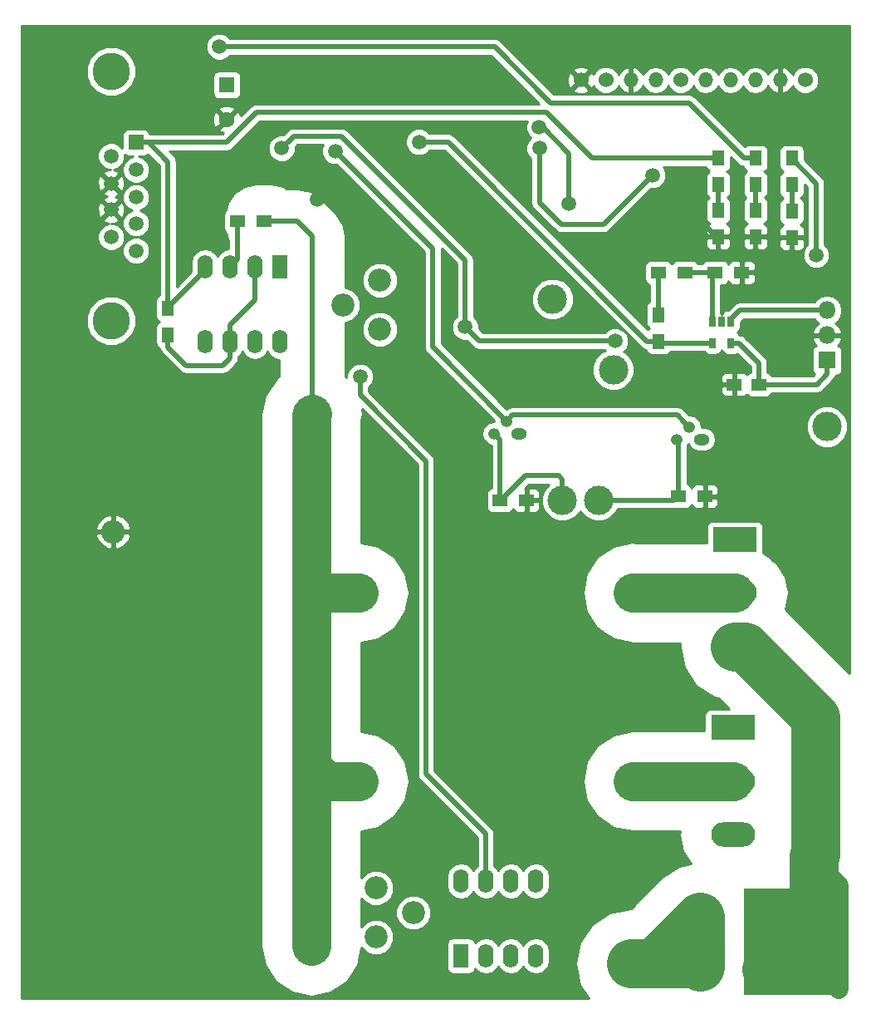
<source format=gbr>
G04 #@! TF.FileFunction,Copper,L1,Top,Signal*
%FSLAX46Y46*%
G04 Gerber Fmt 4.6, Leading zero omitted, Abs format (unit mm)*
G04 Created by KiCad (PCBNEW 4.0.6) date 08/31/17 21:12:42*
%MOMM*%
%LPD*%
G01*
G04 APERTURE LIST*
%ADD10C,0.100000*%
%ADD11R,1.600000X2.400000*%
%ADD12O,1.600000X2.400000*%
%ADD13O,1.600000X1.200000*%
%ADD14O,1.200000X1.200000*%
%ADD15R,1.500000X1.250000*%
%ADD16R,1.600000X1.600000*%
%ADD17C,1.600000*%
%ADD18R,4.600000X1.100000*%
%ADD19R,9.400000X10.800000*%
%ADD20R,4.550000X5.250000*%
%ADD21R,1.300000X1.500000*%
%ADD22C,3.810000*%
%ADD23R,1.520000X1.520000*%
%ADD24C,1.520000*%
%ADD25R,4.500000X2.500000*%
%ADD26O,4.500000X2.500000*%
%ADD27R,1.500000X1.300000*%
%ADD28C,2.400000*%
%ADD29O,2.400000X2.400000*%
%ADD30C,2.340000*%
%ADD31C,3.000000*%
%ADD32C,1.524000*%
%ADD33O,1.524000X1.524000*%
%ADD34R,0.650000X1.060000*%
%ADD35R,1.800000X1.800000*%
%ADD36O,1.800000X1.800000*%
%ADD37C,1.500000*%
%ADD38C,0.500000*%
%ADD39C,5.000000*%
%ADD40C,2.000000*%
%ADD41C,4.000000*%
%ADD42C,0.254000*%
G04 APERTURE END LIST*
D10*
D11*
X27200000Y75300000D03*
D12*
X19580000Y67680000D03*
X24660000Y75300000D03*
X22120000Y67680000D03*
X22120000Y75300000D03*
X24660000Y67680000D03*
X19580000Y75300000D03*
X27200000Y67680000D03*
D13*
X70200000Y57700000D03*
D14*
X68930000Y58970000D03*
X67660000Y57700000D03*
D11*
X45660000Y5100000D03*
D12*
X53280000Y12720000D03*
X48200000Y5100000D03*
X50740000Y12720000D03*
X50740000Y5100000D03*
X48200000Y12720000D03*
X53280000Y5100000D03*
X45660000Y12720000D03*
D15*
X76050000Y63300000D03*
X73550000Y63300000D03*
D16*
X21800000Y93800000D03*
D17*
X21800000Y90300000D03*
D18*
X70050000Y9040000D03*
X70050000Y3960000D03*
D19*
X79200000Y6500000D03*
D20*
X81625000Y3725000D03*
X76775000Y9275000D03*
X81625000Y9275000D03*
X76775000Y3725000D03*
D21*
X71900000Y86350000D03*
X71900000Y83650000D03*
X79400000Y83650000D03*
X79400000Y86350000D03*
X75700000Y83650000D03*
X75700000Y86350000D03*
D22*
X10000000Y95200000D03*
X10000000Y69800000D03*
D23*
X12540000Y87960000D03*
D24*
X12540000Y85170000D03*
X12540000Y82370000D03*
X12540000Y79710000D03*
X12540000Y76910000D03*
X10000000Y78310000D03*
X10000000Y81100000D03*
X10000000Y83770000D03*
X10000000Y86560000D03*
D13*
X51600000Y58300000D03*
D14*
X50330000Y59570000D03*
X49060000Y58300000D03*
D25*
X73400000Y28350000D03*
D26*
X73400000Y22900000D03*
X73400000Y17450000D03*
D25*
X73600000Y47500000D03*
D26*
X73600000Y42050000D03*
X73600000Y36600000D03*
D21*
X15800000Y68350000D03*
X15800000Y71050000D03*
D27*
X67850000Y51900000D03*
X70550000Y51900000D03*
X49650000Y51500000D03*
X52350000Y51500000D03*
D28*
X63200000Y22900000D03*
D29*
X35260000Y22900000D03*
D28*
X63200000Y42100000D03*
D29*
X35260000Y42100000D03*
D27*
X25550000Y79900000D03*
X22850000Y79900000D03*
D28*
X30520000Y36300000D03*
D29*
X10200000Y36300000D03*
D28*
X30520000Y54300000D03*
D29*
X10200000Y54300000D03*
D28*
X30520000Y42300000D03*
D29*
X10200000Y42300000D03*
D28*
X30400000Y6100000D03*
D29*
X10080000Y6100000D03*
D28*
X30520000Y12300000D03*
D29*
X10200000Y12300000D03*
D28*
X30520000Y60300000D03*
D29*
X10200000Y60300000D03*
D28*
X30520000Y48300000D03*
D29*
X10200000Y48300000D03*
D28*
X30520000Y30300000D03*
D29*
X10200000Y30300000D03*
D28*
X30520000Y18300000D03*
D29*
X10200000Y18300000D03*
D28*
X30520000Y24300000D03*
D29*
X10200000Y24300000D03*
D21*
X65800000Y70400000D03*
X65800000Y67700000D03*
D27*
X68500000Y74700000D03*
X65800000Y74700000D03*
X74300000Y74700000D03*
X71600000Y74700000D03*
D21*
X71900000Y81050000D03*
X71900000Y78350000D03*
X79400000Y80950000D03*
X79400000Y78250000D03*
X75700000Y81050000D03*
X75700000Y78350000D03*
D30*
X37000000Y7000000D03*
X40800000Y9500000D03*
X37000000Y12000000D03*
X37400000Y73900000D03*
X33600000Y71400000D03*
X37400000Y68900000D03*
D31*
X61200000Y64800000D03*
X59700000Y51500000D03*
X83000000Y59000000D03*
X55000000Y72000000D03*
X56000000Y51500000D03*
D32*
X80760000Y94300000D03*
D33*
X78220000Y94300000D03*
X75680000Y94300000D03*
X73140000Y94300000D03*
X70600000Y94300000D03*
X65520000Y94300000D03*
X62980000Y94300000D03*
D32*
X60440000Y94300000D03*
X57900000Y94300000D03*
X68060000Y94300000D03*
D34*
X73200000Y69700000D03*
X72250000Y69700000D03*
X71300000Y69700000D03*
X71300000Y67500000D03*
X73200000Y67500000D03*
D35*
X83000000Y65760000D03*
D36*
X83000000Y68300000D03*
X83000000Y70840000D03*
D37*
X53649165Y89510596D03*
X56700000Y81699990D03*
X31000000Y82100000D03*
X61700000Y73900000D03*
X42741530Y15844812D03*
X54100000Y18100000D03*
X58800000Y10400000D03*
X56600000Y8900000D03*
X47200000Y77500000D03*
X68700000Y81400000D03*
X81886811Y76457370D03*
X35400000Y64100000D03*
X32847902Y87069838D03*
X21025139Y97703980D03*
X41381309Y87999998D03*
X53683024Y87355402D03*
X65200000Y84600000D03*
X27395469Y87347183D03*
X46100010Y69156877D03*
X61380457Y67705425D03*
D38*
X56700000Y81699990D02*
X56700000Y86827765D01*
X56700000Y86827765D02*
X54017169Y89510596D01*
X54017169Y89510596D02*
X53649165Y89510596D01*
X31000000Y82100000D02*
X31800000Y82100000D01*
D10*
X72250000Y70550000D02*
X72250000Y69700000D01*
D38*
X61700000Y73900000D02*
X62100000Y73500000D01*
X62100000Y73500000D02*
X62100000Y73200000D01*
X54300000Y18300000D02*
X54100000Y18100000D01*
X57350001Y9649999D02*
X58100002Y10400000D01*
X58100002Y10400000D02*
X58800000Y10400000D01*
X56600000Y8900000D02*
X57350001Y9649999D01*
X48600000Y77300000D02*
X48900000Y77300000D01*
X48500000Y77400000D02*
X48600000Y77300000D01*
X48000000Y77400000D02*
X48500000Y77400000D01*
X47300000Y77400000D02*
X48000000Y77400000D01*
X47200000Y77500000D02*
X47300000Y77400000D01*
X71900000Y78350000D02*
X71750000Y78350000D01*
X71750000Y78350000D02*
X68700000Y81400000D01*
X54369167Y91010598D02*
X24804600Y91010598D01*
X71900000Y86350000D02*
X59029765Y86350000D01*
X13800000Y87960000D02*
X12540000Y87960000D01*
X21754002Y87960000D02*
X13800000Y87960000D01*
X59029765Y86350000D02*
X54369167Y91010598D01*
X24804600Y91010598D02*
X21754002Y87960000D01*
X13800000Y87960000D02*
X15800000Y85960000D01*
X15800000Y85960000D02*
X15800000Y72300000D01*
X15800000Y72300000D02*
X15800000Y71050000D01*
X15800000Y71050000D02*
X15800000Y71150000D01*
X15800000Y71150000D02*
X19580000Y74930000D01*
X19580000Y74930000D02*
X19580000Y75300000D01*
X81886811Y77518030D02*
X81886811Y76457370D01*
X81886811Y83763189D02*
X81886811Y77518030D01*
X79400000Y86250000D02*
X81886811Y83763189D01*
X79400000Y86350000D02*
X79400000Y86250000D01*
X35400000Y64100000D02*
X35400000Y62200000D01*
X42100000Y23600000D02*
X48200000Y17500000D01*
X35400000Y62200000D02*
X42100000Y55500000D01*
X42100000Y55500000D02*
X42100000Y23600000D01*
X48200000Y17500000D02*
X48200000Y12720000D01*
X73200000Y67500000D02*
X74025000Y67500000D01*
X74025000Y67500000D02*
X76050000Y65475000D01*
X76050000Y65475000D02*
X76050000Y63300000D01*
X83000000Y65760000D02*
X83000000Y64360000D01*
X83000000Y64360000D02*
X81940000Y63300000D01*
X81940000Y63300000D02*
X76050000Y63300000D01*
X22120000Y67680000D02*
X22120000Y69380000D01*
X22120000Y69380000D02*
X24660000Y71920000D01*
X24660000Y71920000D02*
X24660000Y75300000D01*
X22120000Y67680000D02*
X22120000Y65980000D01*
X22120000Y65980000D02*
X21369990Y65229990D01*
X15800000Y67100000D02*
X15800000Y68350000D01*
X21369990Y65229990D02*
X17670010Y65229990D01*
X17670010Y65229990D02*
X15800000Y67100000D01*
X50330000Y59570000D02*
X42783022Y67116978D01*
X42783022Y67116978D02*
X42783022Y77134718D01*
X42783022Y77134718D02*
X33597901Y86319839D01*
X33597901Y86319839D02*
X32847902Y87069838D01*
X49090014Y97703980D02*
X22085799Y97703980D01*
X54793994Y92000000D02*
X49090014Y97703980D01*
X74550000Y86350000D02*
X68900000Y92000000D01*
X68900000Y92000000D02*
X54793994Y92000000D01*
X75700000Y86350000D02*
X74550000Y86350000D01*
X22085799Y97703980D02*
X21025139Y97703980D01*
X50330000Y59570000D02*
X50929999Y60169999D01*
X50929999Y60169999D02*
X67730001Y60169999D01*
X67730001Y60169999D02*
X68330001Y59569999D01*
X68330001Y59569999D02*
X68930000Y58970000D01*
D39*
X63000000Y4300000D02*
X65310000Y4300000D01*
X65310000Y4300000D02*
X70050000Y9040000D01*
X70050000Y9040000D02*
X70050000Y4640000D01*
X70050000Y4640000D02*
X69710000Y4300000D01*
X63000000Y4300000D02*
X69710000Y4300000D01*
X69710000Y4300000D02*
X70050000Y3960000D01*
D38*
X70050000Y3960000D02*
X70050000Y9040000D01*
D40*
X84200000Y1700000D02*
X82175000Y3725000D01*
X82175000Y3725000D02*
X76775000Y3725000D01*
X84200000Y12300000D02*
X84200000Y1700000D01*
X81800000Y14700000D02*
X84200000Y12300000D01*
X81800000Y15435000D02*
X81800000Y14700000D01*
D39*
X81800000Y15435000D02*
X81625000Y15260000D01*
X81625000Y15260000D02*
X81625000Y3725000D01*
X76775000Y3725000D02*
X81625000Y3725000D01*
X81800000Y29400000D02*
X81800000Y15435000D01*
X73600000Y36600000D02*
X74600000Y36600000D01*
X74600000Y36600000D02*
X81800000Y29400000D01*
D38*
X71900000Y81050000D02*
X71900000Y83650000D01*
X79400000Y80950000D02*
X79400000Y83650000D01*
X75700000Y81050000D02*
X75700000Y83650000D01*
X42441969Y87999998D02*
X41381309Y87999998D01*
X65800000Y67700000D02*
X64650000Y67700000D01*
X64650000Y67700000D02*
X44350002Y87999998D01*
X44350002Y87999998D02*
X42441969Y87999998D01*
X71300000Y67500000D02*
X66000000Y67500000D01*
X66000000Y67500000D02*
X65800000Y67700000D01*
X53683024Y86294742D02*
X53683024Y87355402D01*
X65200000Y84600000D02*
X60200000Y79600000D01*
X55900000Y79600000D02*
X53683024Y81816976D01*
X60200000Y79600000D02*
X55900000Y79600000D01*
X53683024Y81816976D02*
X53683024Y86294742D01*
X46100010Y69156877D02*
X46100010Y75953707D01*
X46100010Y75953707D02*
X33483878Y88569839D01*
X28145468Y88097182D02*
X27395469Y87347183D01*
X28618125Y88569839D02*
X28145468Y88097182D01*
X33483878Y88569839D02*
X28618125Y88569839D01*
X46850009Y68406878D02*
X46100010Y69156877D01*
X47551462Y67705425D02*
X46850009Y68406878D01*
X61380457Y67705425D02*
X47551462Y67705425D01*
X59700000Y51500000D02*
X67450000Y51500000D01*
X67450000Y51500000D02*
X67850000Y51900000D01*
X67850000Y51900000D02*
X67850000Y57510000D01*
X67850000Y57510000D02*
X67660000Y57700000D01*
X55621320Y54000000D02*
X52250000Y54000000D01*
X49750000Y51500000D02*
X49650000Y51500000D01*
X52250000Y54000000D02*
X49750000Y51500000D01*
X56000000Y51500000D02*
X56000000Y53621320D01*
X56000000Y53621320D02*
X55621320Y54000000D01*
X49650000Y51500000D02*
X49650000Y57710000D01*
X49650000Y57710000D02*
X49060000Y58300000D01*
D41*
X73400000Y22900000D02*
X63200000Y22900000D01*
X73600000Y42050000D02*
X63250000Y42050000D01*
X63250000Y42050000D02*
X63200000Y42100000D01*
D38*
X22850000Y79900000D02*
X22850000Y76030000D01*
X22850000Y76030000D02*
X22120000Y75300000D01*
X65800000Y74700000D02*
X65800000Y70400000D01*
X71300000Y69700000D02*
X71300000Y74400000D01*
X71300000Y74400000D02*
X71600000Y74700000D01*
X71600000Y74700000D02*
X68500000Y74700000D01*
X83000000Y70840000D02*
X74135000Y70840000D01*
X74135000Y70840000D02*
X73200000Y69905000D01*
X73200000Y69905000D02*
X73200000Y69700000D01*
X30520000Y54300000D02*
X30520000Y55997056D01*
X30520000Y55997056D02*
X30520000Y60300000D01*
X30520000Y54300000D02*
X30520000Y52602944D01*
X30520000Y52602944D02*
X30520000Y48300000D01*
X30520000Y42300000D02*
X30520000Y48300000D01*
X30520000Y36300000D02*
X30520000Y42300000D01*
X30520000Y30300000D02*
X30520000Y31997056D01*
X30520000Y31997056D02*
X30520000Y36300000D01*
X30520000Y24300000D02*
X30520000Y18300000D01*
X30520000Y12300000D02*
X30520000Y13997056D01*
X30520000Y13997056D02*
X30520000Y18300000D01*
X30520000Y78380000D02*
X29000000Y79900000D01*
X29000000Y79900000D02*
X25550000Y79900000D01*
X30520000Y60300000D02*
X30520000Y78380000D01*
D41*
X30400000Y6100000D02*
X30400000Y60180000D01*
X30400000Y60180000D02*
X30520000Y60300000D01*
X35260000Y42100000D02*
X30720000Y42100000D01*
X30720000Y42100000D02*
X30520000Y42300000D01*
X35260000Y22900000D02*
X31920000Y22900000D01*
X31920000Y22900000D02*
X30520000Y24300000D01*
D42*
G36*
X85273183Y33884597D02*
X78754741Y40403039D01*
X79082342Y42050000D01*
X78749163Y43725005D01*
X77800348Y45145006D01*
X77401717Y45411363D01*
X77225336Y45675336D01*
X76481690Y46172225D01*
X76497440Y46250000D01*
X76497440Y48750000D01*
X76453162Y48985317D01*
X76314090Y49201441D01*
X76101890Y49346431D01*
X75850000Y49397440D01*
X71350000Y49397440D01*
X71114683Y49353162D01*
X70898559Y49214090D01*
X70753569Y49001890D01*
X70702560Y48750000D01*
X70702560Y47177000D01*
X63451362Y47177000D01*
X63200000Y47226999D01*
X61237982Y46836730D01*
X59574664Y45725336D01*
X58463270Y44062018D01*
X58073001Y42100000D01*
X58463270Y40137982D01*
X59574664Y38474664D01*
X59624664Y38424663D01*
X60301749Y37972250D01*
X61287982Y37313270D01*
X63250000Y36923000D01*
X68037249Y36923000D01*
X67973000Y36600000D01*
X68401330Y34446640D01*
X69621110Y32621110D01*
X71446640Y31401330D01*
X71938783Y31303437D01*
X72994780Y30247440D01*
X71150000Y30247440D01*
X70914683Y30203162D01*
X70698559Y30064090D01*
X70553569Y29851890D01*
X70502560Y29600000D01*
X70502560Y28027000D01*
X63200000Y28027000D01*
X61237982Y27636730D01*
X59574664Y26525336D01*
X58463270Y24862018D01*
X58073000Y22900000D01*
X58463270Y20937982D01*
X59574664Y19274664D01*
X61237982Y18163270D01*
X63200000Y17773000D01*
X67981907Y17773000D01*
X67917658Y17450000D01*
X68250837Y15774995D01*
X69115394Y14481095D01*
X67896640Y14238670D01*
X66071110Y13018890D01*
X62974060Y9921840D01*
X60846640Y9498670D01*
X59021110Y8278890D01*
X57801330Y6453360D01*
X57373000Y4300000D01*
X57801330Y2146640D01*
X58705072Y794094D01*
X910000Y760414D01*
X910000Y47888195D01*
X8411805Y47888195D01*
X8644358Y47326742D01*
X9135224Y46805508D01*
X9788193Y46511797D01*
X10073000Y46628142D01*
X10073000Y48173000D01*
X10327000Y48173000D01*
X10327000Y46628142D01*
X10611807Y46511797D01*
X11264776Y46805508D01*
X11755642Y47326742D01*
X11988195Y47888195D01*
X11871432Y48173000D01*
X10327000Y48173000D01*
X10073000Y48173000D01*
X8528568Y48173000D01*
X8411805Y47888195D01*
X910000Y47888195D01*
X910000Y48711805D01*
X8411805Y48711805D01*
X8528568Y48427000D01*
X10073000Y48427000D01*
X10073000Y49971858D01*
X10327000Y49971858D01*
X10327000Y48427000D01*
X11871432Y48427000D01*
X11988195Y48711805D01*
X11755642Y49273258D01*
X11264776Y49794492D01*
X10611807Y50088203D01*
X10327000Y49971858D01*
X10073000Y49971858D01*
X9788193Y50088203D01*
X9135224Y49794492D01*
X8644358Y49273258D01*
X8411805Y48711805D01*
X910000Y48711805D01*
X910000Y69296979D01*
X7459560Y69296979D01*
X7845437Y68363085D01*
X8559327Y67647948D01*
X9492546Y67260441D01*
X10503021Y67259560D01*
X11436915Y67645437D01*
X12152052Y68359327D01*
X12539559Y69292546D01*
X12540440Y70303021D01*
X12154563Y71236915D01*
X11440673Y71952052D01*
X10507454Y72339559D01*
X9496979Y72340440D01*
X8563085Y71954563D01*
X7847948Y71240673D01*
X7460441Y70307454D01*
X7459560Y69296979D01*
X910000Y69296979D01*
X910000Y76633735D01*
X11144758Y76633735D01*
X11356687Y76120828D01*
X11748764Y75728066D01*
X12261300Y75515242D01*
X12816265Y75514758D01*
X13329172Y75726687D01*
X13721934Y76118764D01*
X13934758Y76631300D01*
X13935242Y77186265D01*
X13723313Y77699172D01*
X13331236Y78091934D01*
X12818700Y78304758D01*
X12263735Y78305242D01*
X11750828Y78093313D01*
X11358066Y77701236D01*
X11145242Y77188700D01*
X11144758Y76633735D01*
X910000Y76633735D01*
X910000Y78033735D01*
X8604758Y78033735D01*
X8816687Y77520828D01*
X9208764Y77128066D01*
X9721300Y76915242D01*
X10276265Y76914758D01*
X10789172Y77126687D01*
X11181934Y77518764D01*
X11394758Y78031300D01*
X11395242Y78586265D01*
X11183313Y79099172D01*
X10791236Y79491934D01*
X10278700Y79704758D01*
X10034424Y79704971D01*
X10347049Y79720659D01*
X10729941Y79879258D01*
X10799159Y80121236D01*
X10000000Y80920395D01*
X9200841Y80121236D01*
X9270059Y79879258D01*
X9758102Y79705212D01*
X9723735Y79705242D01*
X9210828Y79493313D01*
X8818066Y79101236D01*
X8605242Y78588700D01*
X8604758Y78033735D01*
X910000Y78033735D01*
X910000Y81307220D01*
X8592845Y81307220D01*
X8620659Y80752951D01*
X8779258Y80370059D01*
X9021236Y80300841D01*
X9820395Y81100000D01*
X10179605Y81100000D01*
X10978764Y80300841D01*
X11220742Y80370059D01*
X11407155Y80892780D01*
X11379341Y81447049D01*
X11220742Y81829941D01*
X10978764Y81899159D01*
X10179605Y81100000D01*
X9820395Y81100000D01*
X9021236Y81899159D01*
X8779258Y81829941D01*
X8592845Y81307220D01*
X910000Y81307220D01*
X910000Y82791236D01*
X9200841Y82791236D01*
X9270059Y82549258D01*
X9566512Y82443537D01*
X9270059Y82320742D01*
X9200841Y82078764D01*
X10000000Y81279605D01*
X10799159Y82078764D01*
X10794877Y82093735D01*
X11144758Y82093735D01*
X11356687Y81580828D01*
X11748764Y81188066D01*
X12105591Y81039898D01*
X11750828Y80893313D01*
X11358066Y80501236D01*
X11145242Y79988700D01*
X11144758Y79433735D01*
X11356687Y78920828D01*
X11748764Y78528066D01*
X12261300Y78315242D01*
X12816265Y78314758D01*
X13329172Y78526687D01*
X13721934Y78918764D01*
X13934758Y79431300D01*
X13935242Y79986265D01*
X13723313Y80499172D01*
X13331236Y80891934D01*
X12974409Y81040102D01*
X13329172Y81186687D01*
X13721934Y81578764D01*
X13934758Y82091300D01*
X13935242Y82646265D01*
X13723313Y83159172D01*
X13331236Y83551934D01*
X12818700Y83764758D01*
X12263735Y83765242D01*
X11750828Y83553313D01*
X11358066Y83161236D01*
X11145242Y82648700D01*
X11144758Y82093735D01*
X10794877Y82093735D01*
X10729941Y82320742D01*
X10433488Y82426463D01*
X10729941Y82549258D01*
X10799159Y82791236D01*
X10000000Y83590395D01*
X9200841Y82791236D01*
X910000Y82791236D01*
X910000Y83977220D01*
X8592845Y83977220D01*
X8620659Y83422951D01*
X8779258Y83040059D01*
X9021236Y82970841D01*
X9820395Y83770000D01*
X10179605Y83770000D01*
X10978764Y82970841D01*
X11220742Y83040059D01*
X11407155Y83562780D01*
X11379341Y84117049D01*
X11220742Y84499941D01*
X10978764Y84569159D01*
X10179605Y83770000D01*
X9820395Y83770000D01*
X9021236Y84569159D01*
X8779258Y84499941D01*
X8592845Y83977220D01*
X910000Y83977220D01*
X910000Y86283735D01*
X8604758Y86283735D01*
X8816687Y85770828D01*
X9208764Y85378066D01*
X9721300Y85165242D01*
X9965576Y85165029D01*
X9652951Y85149341D01*
X9270059Y84990742D01*
X9200841Y84748764D01*
X10000000Y83949605D01*
X10799159Y84748764D01*
X10729941Y84990742D01*
X10241898Y85164788D01*
X10276265Y85164758D01*
X10789172Y85376687D01*
X11181934Y85768764D01*
X11394758Y86281300D01*
X11395118Y86694438D01*
X11528110Y86603569D01*
X11780000Y86552560D01*
X12233042Y86552560D01*
X11750828Y86353313D01*
X11358066Y85961236D01*
X11145242Y85448700D01*
X11144758Y84893735D01*
X11356687Y84380828D01*
X11748764Y83988066D01*
X12261300Y83775242D01*
X12816265Y83774758D01*
X13329172Y83986687D01*
X13721934Y84378764D01*
X13934758Y84891300D01*
X13935242Y85446265D01*
X13723313Y85959172D01*
X13331236Y86351934D01*
X12848076Y86552560D01*
X13300000Y86552560D01*
X13535317Y86596838D01*
X13751441Y86735910D01*
X13759993Y86748427D01*
X14915000Y85593421D01*
X14915000Y72403222D01*
X14914683Y72403162D01*
X14698559Y72264090D01*
X14553569Y72051890D01*
X14502560Y71800000D01*
X14502560Y70300000D01*
X14546838Y70064683D01*
X14685910Y69848559D01*
X14898110Y69703569D01*
X14911197Y69700919D01*
X14698559Y69564090D01*
X14553569Y69351890D01*
X14502560Y69100000D01*
X14502560Y67600000D01*
X14546838Y67364683D01*
X14685910Y67148559D01*
X14898110Y67003569D01*
X14935695Y66995958D01*
X14962268Y66862367D01*
X14982367Y66761325D01*
X15135620Y66531964D01*
X15174210Y66474210D01*
X17044218Y64604203D01*
X17044220Y64604200D01*
X17236064Y64476015D01*
X17331336Y64412356D01*
X17670010Y64344989D01*
X17670015Y64344990D01*
X21369985Y64344990D01*
X21369990Y64344989D01*
X21689571Y64408559D01*
X21708665Y64412357D01*
X21995780Y64604200D01*
X22745787Y65354208D01*
X22745790Y65354210D01*
X22937633Y65641325D01*
X23005000Y65980000D01*
X23005000Y66142690D01*
X23134698Y66229352D01*
X23390000Y66611438D01*
X23645302Y66229352D01*
X24110849Y65918283D01*
X24660000Y65809050D01*
X25209151Y65918283D01*
X25674698Y66229352D01*
X25930000Y66611438D01*
X26185302Y66229352D01*
X26650849Y65918283D01*
X27143000Y65820388D01*
X27143000Y64091270D01*
X26894664Y63925337D01*
X26774664Y63805336D01*
X25663270Y62142018D01*
X25273000Y60180000D01*
X25273000Y6100000D01*
X25663270Y4137982D01*
X26774664Y2474664D01*
X28437982Y1363270D01*
X30400000Y973000D01*
X32362018Y1363270D01*
X34025336Y2474664D01*
X35136730Y4137982D01*
X35497259Y5950480D01*
X35976215Y5470688D01*
X36639388Y5195314D01*
X37357462Y5194687D01*
X38021115Y5468903D01*
X38529312Y5976215D01*
X38663759Y6300000D01*
X44212560Y6300000D01*
X44212560Y3900000D01*
X44256838Y3664683D01*
X44395910Y3448559D01*
X44608110Y3303569D01*
X44860000Y3252560D01*
X46460000Y3252560D01*
X46695317Y3296838D01*
X46911441Y3435910D01*
X47056431Y3648110D01*
X47086597Y3797074D01*
X47185302Y3649352D01*
X47650849Y3338283D01*
X48200000Y3229050D01*
X48749151Y3338283D01*
X49214698Y3649352D01*
X49470000Y4031438D01*
X49725302Y3649352D01*
X50190849Y3338283D01*
X50740000Y3229050D01*
X51289151Y3338283D01*
X51754698Y3649352D01*
X52010000Y4031438D01*
X52265302Y3649352D01*
X52730849Y3338283D01*
X53280000Y3229050D01*
X53829151Y3338283D01*
X54294698Y3649352D01*
X54605767Y4114899D01*
X54715000Y4664050D01*
X54715000Y5535950D01*
X54605767Y6085101D01*
X54294698Y6550648D01*
X53829151Y6861717D01*
X53280000Y6970950D01*
X52730849Y6861717D01*
X52265302Y6550648D01*
X52010000Y6168562D01*
X51754698Y6550648D01*
X51289151Y6861717D01*
X50740000Y6970950D01*
X50190849Y6861717D01*
X49725302Y6550648D01*
X49470000Y6168562D01*
X49214698Y6550648D01*
X48749151Y6861717D01*
X48200000Y6970950D01*
X47650849Y6861717D01*
X47185302Y6550648D01*
X47087749Y6404650D01*
X47063162Y6535317D01*
X46924090Y6751441D01*
X46711890Y6896431D01*
X46460000Y6947440D01*
X44860000Y6947440D01*
X44624683Y6903162D01*
X44408559Y6764090D01*
X44263569Y6551890D01*
X44212560Y6300000D01*
X38663759Y6300000D01*
X38804686Y6639388D01*
X38805313Y7357462D01*
X38531097Y8021115D01*
X38023785Y8529312D01*
X37360612Y8804686D01*
X36642538Y8805313D01*
X35978885Y8531097D01*
X35527000Y8079999D01*
X35527000Y9142538D01*
X38994687Y9142538D01*
X39268903Y8478885D01*
X39776215Y7970688D01*
X40439388Y7695314D01*
X41157462Y7694687D01*
X41821115Y7968903D01*
X42329312Y8476215D01*
X42604686Y9139388D01*
X42605313Y9857462D01*
X42331097Y10521115D01*
X41823785Y11029312D01*
X41160612Y11304686D01*
X40442538Y11305313D01*
X39778885Y11031097D01*
X39270688Y10523785D01*
X38995314Y9860612D01*
X38994687Y9142538D01*
X35527000Y9142538D01*
X35527000Y10920687D01*
X35976215Y10470688D01*
X36639388Y10195314D01*
X37357462Y10194687D01*
X38021115Y10468903D01*
X38529312Y10976215D01*
X38804686Y11639388D01*
X38805313Y12357462D01*
X38531097Y13021115D01*
X38023785Y13529312D01*
X37360612Y13804686D01*
X36642538Y13805313D01*
X35978885Y13531097D01*
X35527000Y13079999D01*
X35527000Y17826110D01*
X37222018Y18163270D01*
X38885336Y19274664D01*
X39996730Y20937982D01*
X40387000Y22900000D01*
X39996730Y24862018D01*
X38885336Y26525336D01*
X37222018Y27636730D01*
X35527000Y27973890D01*
X35527000Y37026110D01*
X37222018Y37363270D01*
X38885336Y38474664D01*
X39996730Y40137982D01*
X40387000Y42100000D01*
X39996730Y44062018D01*
X38885336Y45725336D01*
X37222018Y46836730D01*
X35527000Y47173890D01*
X35527000Y59696720D01*
X35647000Y60300000D01*
X35547326Y60801094D01*
X41215000Y55133421D01*
X41215000Y23600005D01*
X41214999Y23600000D01*
X41247715Y23435530D01*
X41282367Y23261325D01*
X41474210Y22974210D01*
X47315000Y17133421D01*
X47315000Y14257310D01*
X47185302Y14170648D01*
X46930000Y13788562D01*
X46674698Y14170648D01*
X46209151Y14481717D01*
X45660000Y14590950D01*
X45110849Y14481717D01*
X44645302Y14170648D01*
X44334233Y13705101D01*
X44225000Y13155950D01*
X44225000Y12284050D01*
X44334233Y11734899D01*
X44645302Y11269352D01*
X45110849Y10958283D01*
X45660000Y10849050D01*
X46209151Y10958283D01*
X46674698Y11269352D01*
X46930000Y11651438D01*
X47185302Y11269352D01*
X47650849Y10958283D01*
X48200000Y10849050D01*
X48749151Y10958283D01*
X49214698Y11269352D01*
X49470000Y11651438D01*
X49725302Y11269352D01*
X50190849Y10958283D01*
X50740000Y10849050D01*
X51289151Y10958283D01*
X51754698Y11269352D01*
X52010000Y11651438D01*
X52265302Y11269352D01*
X52730849Y10958283D01*
X53280000Y10849050D01*
X53829151Y10958283D01*
X54294698Y11269352D01*
X54605767Y11734899D01*
X54715000Y12284050D01*
X54715000Y13155950D01*
X54605767Y13705101D01*
X54294698Y14170648D01*
X53829151Y14481717D01*
X53280000Y14590950D01*
X52730849Y14481717D01*
X52265302Y14170648D01*
X52010000Y13788562D01*
X51754698Y14170648D01*
X51289151Y14481717D01*
X50740000Y14590950D01*
X50190849Y14481717D01*
X49725302Y14170648D01*
X49470000Y13788562D01*
X49214698Y14170648D01*
X49085000Y14257310D01*
X49085000Y17499995D01*
X49085001Y17500000D01*
X49017633Y17838674D01*
X49017633Y17838675D01*
X48825790Y18125790D01*
X48825787Y18125792D01*
X42985000Y23966580D01*
X42985000Y55499995D01*
X42985001Y55500000D01*
X42917633Y55838674D01*
X42917633Y55838675D01*
X42725790Y56125790D01*
X42725787Y56125792D01*
X36285000Y62566580D01*
X36285000Y63026477D01*
X36573461Y63314436D01*
X36784759Y63823298D01*
X36785240Y64374285D01*
X36574831Y64883515D01*
X36185564Y65273461D01*
X35676702Y65484759D01*
X35125715Y65485240D01*
X34616485Y65274831D01*
X34226539Y64885564D01*
X34015241Y64376702D01*
X34014923Y64012477D01*
X33897000Y64091270D01*
X33897000Y68542538D01*
X35594687Y68542538D01*
X35868903Y67878885D01*
X36376215Y67370688D01*
X37039388Y67095314D01*
X37757462Y67094687D01*
X38421115Y67368903D01*
X38929312Y67876215D01*
X39204686Y68539388D01*
X39205313Y69257462D01*
X38931097Y69921115D01*
X38423785Y70429312D01*
X37760612Y70704686D01*
X37042538Y70705313D01*
X36378885Y70431097D01*
X35870688Y69923785D01*
X35595314Y69260612D01*
X35594687Y68542538D01*
X33897000Y68542538D01*
X33897000Y69594740D01*
X33957462Y69594687D01*
X34621115Y69868903D01*
X35129312Y70376215D01*
X35404686Y71039388D01*
X35405313Y71757462D01*
X35131097Y72421115D01*
X34623785Y72929312D01*
X33960612Y73204686D01*
X33897000Y73204742D01*
X33897000Y73542538D01*
X35594687Y73542538D01*
X35868903Y72878885D01*
X36376215Y72370688D01*
X37039388Y72095314D01*
X37757462Y72094687D01*
X38421115Y72368903D01*
X38929312Y72876215D01*
X39204686Y73539388D01*
X39205313Y74257462D01*
X38931097Y74921115D01*
X38423785Y75429312D01*
X37760612Y75704686D01*
X37042538Y75705313D01*
X36378885Y75431097D01*
X35870688Y74923785D01*
X35595314Y74260612D01*
X35594687Y73542538D01*
X33897000Y73542538D01*
X33897000Y78379995D01*
X33897001Y78380000D01*
X33639941Y79672322D01*
X33501671Y79879258D01*
X32907900Y80767900D01*
X32907897Y80767902D01*
X31387900Y82287900D01*
X30292322Y83019941D01*
X29000000Y83277001D01*
X28999995Y83277000D01*
X27847861Y83277000D01*
X27540412Y83487071D01*
X26300000Y83738261D01*
X24800000Y83738261D01*
X23641203Y83520219D01*
X22576919Y82835370D01*
X21862929Y81790412D01*
X21714284Y81056383D01*
X21648559Y81014090D01*
X21503569Y80801890D01*
X21452560Y80550000D01*
X21452560Y79250000D01*
X21496838Y79014683D01*
X21635910Y78798559D01*
X21705649Y78750908D01*
X21829781Y78091203D01*
X21965000Y77881067D01*
X21965000Y77140119D01*
X21570849Y77061717D01*
X21105302Y76750648D01*
X20850000Y76368562D01*
X20594698Y76750648D01*
X20129151Y77061717D01*
X19580000Y77170950D01*
X19030849Y77061717D01*
X18565302Y76750648D01*
X18254233Y76285101D01*
X18145000Y75735950D01*
X18145000Y74864050D01*
X18164490Y74766069D01*
X16685000Y73286580D01*
X16685000Y85959995D01*
X16685001Y85960000D01*
X16617633Y86298675D01*
X16583339Y86350000D01*
X16425790Y86585790D01*
X16425787Y86585792D01*
X15938681Y87072898D01*
X26010229Y87072898D01*
X26220638Y86563668D01*
X26609905Y86173722D01*
X27118767Y85962424D01*
X27669754Y85961943D01*
X28178984Y86172352D01*
X28568930Y86561619D01*
X28780228Y87070481D01*
X28780586Y87480720D01*
X28984705Y87684839D01*
X31603617Y87684839D01*
X31463143Y87346540D01*
X31462662Y86795553D01*
X31673071Y86286323D01*
X32062338Y85896377D01*
X32571200Y85685079D01*
X32981439Y85684721D01*
X41898022Y76768139D01*
X41898022Y67116983D01*
X41898021Y67116978D01*
X41954212Y66834494D01*
X41965389Y66778303D01*
X42078574Y66608909D01*
X42157232Y66491188D01*
X49072069Y59576352D01*
X49070805Y59570000D01*
X49077767Y59535000D01*
X49035805Y59535000D01*
X48563191Y59440991D01*
X48162528Y59173277D01*
X47894814Y58772614D01*
X47800805Y58300000D01*
X47894814Y57827386D01*
X48162528Y57426723D01*
X48563191Y57159009D01*
X48765000Y57118867D01*
X48765000Y52772038D01*
X48664683Y52753162D01*
X48448559Y52614090D01*
X48303569Y52401890D01*
X48252560Y52150000D01*
X48252560Y50850000D01*
X48296838Y50614683D01*
X48435910Y50398559D01*
X48648110Y50253569D01*
X48900000Y50202560D01*
X50400000Y50202560D01*
X50635317Y50246838D01*
X50851441Y50385910D01*
X50996431Y50598110D01*
X51003191Y50631490D01*
X51061673Y50490301D01*
X51240302Y50311673D01*
X51473691Y50215000D01*
X52064250Y50215000D01*
X52223000Y50373750D01*
X52223000Y51373000D01*
X52477000Y51373000D01*
X52477000Y50373750D01*
X52635750Y50215000D01*
X53226309Y50215000D01*
X53459698Y50311673D01*
X53638327Y50490301D01*
X53735000Y50723690D01*
X53735000Y51214250D01*
X53576250Y51373000D01*
X52477000Y51373000D01*
X52223000Y51373000D01*
X52203000Y51373000D01*
X52203000Y51627000D01*
X52223000Y51627000D01*
X52223000Y52626250D01*
X52477000Y52626250D01*
X52477000Y51627000D01*
X53576250Y51627000D01*
X53735000Y51785750D01*
X53735000Y52276310D01*
X53638327Y52509699D01*
X53459698Y52688327D01*
X53226309Y52785000D01*
X52635750Y52785000D01*
X52477000Y52626250D01*
X52223000Y52626250D01*
X52175415Y52673835D01*
X52616579Y53115000D01*
X54595838Y53115000D01*
X54191091Y52710959D01*
X53865372Y51926541D01*
X53864630Y51077185D01*
X54188980Y50292200D01*
X54789041Y49691091D01*
X55573459Y49365372D01*
X56422815Y49364630D01*
X57207800Y49688980D01*
X57808909Y50289041D01*
X57849698Y50387271D01*
X57888980Y50292200D01*
X58489041Y49691091D01*
X59273459Y49365372D01*
X60122815Y49364630D01*
X60907800Y49688980D01*
X61508909Y50289041D01*
X61644259Y50615000D01*
X67038569Y50615000D01*
X67100000Y50602560D01*
X68600000Y50602560D01*
X68835317Y50646838D01*
X69051441Y50785910D01*
X69196431Y50998110D01*
X69203191Y51031490D01*
X69261673Y50890301D01*
X69440302Y50711673D01*
X69673691Y50615000D01*
X70264250Y50615000D01*
X70423000Y50773750D01*
X70423000Y51773000D01*
X70677000Y51773000D01*
X70677000Y50773750D01*
X70835750Y50615000D01*
X71426309Y50615000D01*
X71659698Y50711673D01*
X71838327Y50890301D01*
X71935000Y51123690D01*
X71935000Y51614250D01*
X71776250Y51773000D01*
X70677000Y51773000D01*
X70423000Y51773000D01*
X70403000Y51773000D01*
X70403000Y52027000D01*
X70423000Y52027000D01*
X70423000Y53026250D01*
X70677000Y53026250D01*
X70677000Y52027000D01*
X71776250Y52027000D01*
X71935000Y52185750D01*
X71935000Y52676310D01*
X71838327Y52909699D01*
X71659698Y53088327D01*
X71426309Y53185000D01*
X70835750Y53185000D01*
X70677000Y53026250D01*
X70423000Y53026250D01*
X70264250Y53185000D01*
X69673691Y53185000D01*
X69440302Y53088327D01*
X69261673Y52909699D01*
X69205346Y52773713D01*
X69203162Y52785317D01*
X69064090Y53001441D01*
X68851890Y53146431D01*
X68735000Y53170102D01*
X68735000Y57092413D01*
X68825186Y57227386D01*
X68828041Y57241739D01*
X68830896Y57227386D01*
X69098610Y56826723D01*
X69499273Y56559009D01*
X69971887Y56465000D01*
X70428113Y56465000D01*
X70900727Y56559009D01*
X71301390Y56826723D01*
X71569104Y57227386D01*
X71663113Y57700000D01*
X71569104Y58172614D01*
X71301390Y58573277D01*
X71295542Y58577185D01*
X80864630Y58577185D01*
X81188980Y57792200D01*
X81789041Y57191091D01*
X82573459Y56865372D01*
X83422815Y56864630D01*
X84207800Y57188980D01*
X84808909Y57789041D01*
X85134628Y58573459D01*
X85135370Y59422815D01*
X84811020Y60207800D01*
X84210959Y60808909D01*
X83426541Y61134628D01*
X82577185Y61135370D01*
X81792200Y60811020D01*
X81191091Y60210959D01*
X80865372Y59426541D01*
X80864630Y58577185D01*
X71295542Y58577185D01*
X70900727Y58840991D01*
X70428113Y58935000D01*
X70182233Y58935000D01*
X70189195Y58970000D01*
X70095186Y59442614D01*
X69827472Y59843277D01*
X69426809Y60110991D01*
X68954195Y60205000D01*
X68946579Y60205000D01*
X68355791Y60795789D01*
X68332996Y60811020D01*
X68068676Y60987632D01*
X68012485Y60998809D01*
X67730001Y61055000D01*
X67729996Y61054999D01*
X50930004Y61054999D01*
X50929999Y61055000D01*
X50647515Y60998809D01*
X50591324Y60987632D01*
X50335130Y60816449D01*
X43668022Y67483558D01*
X43668022Y77134116D01*
X45215010Y75587128D01*
X45215010Y70230400D01*
X44926549Y69942441D01*
X44715251Y69433579D01*
X44714770Y68882592D01*
X44925179Y68373362D01*
X45314446Y67983416D01*
X45823308Y67772118D01*
X46233547Y67771760D01*
X46925670Y67079638D01*
X46925672Y67079635D01*
X47212787Y66887792D01*
X47551462Y66820425D01*
X60306934Y66820425D01*
X60363021Y66764240D01*
X59992200Y66611020D01*
X59391091Y66010959D01*
X59065372Y65226541D01*
X59064630Y64377185D01*
X59388980Y63592200D01*
X59989041Y62991091D01*
X60773459Y62665372D01*
X61622815Y62664630D01*
X62407800Y62988980D01*
X62433114Y63014250D01*
X72165000Y63014250D01*
X72165000Y62548690D01*
X72261673Y62315301D01*
X72440302Y62136673D01*
X72673691Y62040000D01*
X73264250Y62040000D01*
X73423000Y62198750D01*
X73423000Y63173000D01*
X72323750Y63173000D01*
X72165000Y63014250D01*
X62433114Y63014250D01*
X63008909Y63589041D01*
X63200859Y64051310D01*
X72165000Y64051310D01*
X72165000Y63585750D01*
X72323750Y63427000D01*
X73423000Y63427000D01*
X73423000Y64401250D01*
X73264250Y64560000D01*
X72673691Y64560000D01*
X72440302Y64463327D01*
X72261673Y64284699D01*
X72165000Y64051310D01*
X63200859Y64051310D01*
X63334628Y64373459D01*
X63335370Y65222815D01*
X63011020Y66007800D01*
X62410959Y66608909D01*
X62291934Y66658333D01*
X62553918Y66919861D01*
X62765216Y67428723D01*
X62765697Y67979710D01*
X62555288Y68488940D01*
X62166021Y68878886D01*
X61657159Y69090184D01*
X61106172Y69090665D01*
X60596942Y68880256D01*
X60306605Y68590425D01*
X47918041Y68590425D01*
X47484894Y69023573D01*
X47485250Y69431162D01*
X47274841Y69940392D01*
X46985010Y70230729D01*
X46985010Y71577185D01*
X52864630Y71577185D01*
X53188980Y70792200D01*
X53789041Y70191091D01*
X54573459Y69865372D01*
X55422815Y69864630D01*
X56207800Y70188980D01*
X56808909Y70789041D01*
X57134628Y71573459D01*
X57135370Y72422815D01*
X56811020Y73207800D01*
X56210959Y73808909D01*
X55426541Y74134628D01*
X54577185Y74135370D01*
X53792200Y73811020D01*
X53191091Y73210959D01*
X52865372Y72426541D01*
X52864630Y71577185D01*
X46985010Y71577185D01*
X46985010Y75953702D01*
X46985011Y75953707D01*
X46926130Y76249717D01*
X46917643Y76292382D01*
X46725800Y76579497D01*
X46725797Y76579499D01*
X35579584Y87725713D01*
X39996069Y87725713D01*
X40206478Y87216483D01*
X40595745Y86826537D01*
X41104607Y86615239D01*
X41655594Y86614758D01*
X42164824Y86825167D01*
X42455161Y87114998D01*
X43983422Y87114998D01*
X64024208Y67074213D01*
X64024210Y67074210D01*
X64311325Y66882367D01*
X64523217Y66840219D01*
X64546838Y66714683D01*
X64685910Y66498559D01*
X64898110Y66353569D01*
X65150000Y66302560D01*
X66450000Y66302560D01*
X66685317Y66346838D01*
X66901441Y66485910D01*
X66989644Y66615000D01*
X70448852Y66615000D01*
X70510910Y66518559D01*
X70723110Y66373569D01*
X70975000Y66322560D01*
X71625000Y66322560D01*
X71860317Y66366838D01*
X72076441Y66505910D01*
X72221431Y66718110D01*
X72249176Y66855120D01*
X72271838Y66734683D01*
X72410910Y66518559D01*
X72623110Y66373569D01*
X72875000Y66322560D01*
X73525000Y66322560D01*
X73760317Y66366838D01*
X73849314Y66424106D01*
X75165000Y65108421D01*
X75165000Y64547038D01*
X75064683Y64528162D01*
X74848559Y64389090D01*
X74802031Y64320994D01*
X74659698Y64463327D01*
X74426309Y64560000D01*
X73835750Y64560000D01*
X73677000Y64401250D01*
X73677000Y63427000D01*
X73697000Y63427000D01*
X73697000Y63173000D01*
X73677000Y63173000D01*
X73677000Y62198750D01*
X73835750Y62040000D01*
X74426309Y62040000D01*
X74659698Y62136673D01*
X74800936Y62277910D01*
X74835910Y62223559D01*
X75048110Y62078569D01*
X75300000Y62027560D01*
X76800000Y62027560D01*
X77035317Y62071838D01*
X77251441Y62210910D01*
X77390890Y62415000D01*
X81939995Y62415000D01*
X81940000Y62414999D01*
X82222484Y62471190D01*
X82278675Y62482367D01*
X82565790Y62674210D01*
X83625787Y63734208D01*
X83625790Y63734210D01*
X83817633Y64021325D01*
X83855672Y64212560D01*
X83900000Y64212560D01*
X84135317Y64256838D01*
X84351441Y64395910D01*
X84496431Y64608110D01*
X84547440Y64860000D01*
X84547440Y66660000D01*
X84503162Y66895317D01*
X84364090Y67111441D01*
X84151890Y67256431D01*
X84100854Y67266766D01*
X84237966Y67392424D01*
X84491046Y67935258D01*
X84370997Y68173000D01*
X83127000Y68173000D01*
X83127000Y68153000D01*
X82873000Y68153000D01*
X82873000Y68173000D01*
X81629003Y68173000D01*
X81508954Y67935258D01*
X81762034Y67392424D01*
X81896538Y67269156D01*
X81864683Y67263162D01*
X81648559Y67124090D01*
X81503569Y66911890D01*
X81452560Y66660000D01*
X81452560Y64860000D01*
X81496838Y64624683D01*
X81635910Y64408559D01*
X81731598Y64343178D01*
X81573420Y64185000D01*
X77387279Y64185000D01*
X77264090Y64376441D01*
X77051890Y64521431D01*
X76935000Y64545102D01*
X76935000Y65475000D01*
X76867633Y65813675D01*
X76675790Y66100790D01*
X76675787Y66100792D01*
X74650790Y68125790D01*
X74580135Y68173000D01*
X74363675Y68317633D01*
X74295394Y68331215D01*
X74054986Y68379036D01*
X73989090Y68481441D01*
X73813768Y68601233D01*
X73976441Y68705910D01*
X74121431Y68918110D01*
X74172440Y69170000D01*
X74172440Y69625860D01*
X74501579Y69955000D01*
X81760589Y69955000D01*
X81914591Y69724519D01*
X82152582Y69565499D01*
X81762034Y69207576D01*
X81508954Y68664742D01*
X81629003Y68427000D01*
X82873000Y68427000D01*
X82873000Y68447000D01*
X83127000Y68447000D01*
X83127000Y68427000D01*
X84370997Y68427000D01*
X84491046Y68664742D01*
X84237966Y69207576D01*
X83847418Y69565499D01*
X84085409Y69724519D01*
X84418155Y70222509D01*
X84535000Y70809928D01*
X84535000Y70870072D01*
X84418155Y71457491D01*
X84085409Y71955481D01*
X83587419Y72288227D01*
X83000000Y72405072D01*
X82412581Y72288227D01*
X81914591Y71955481D01*
X81760589Y71725000D01*
X74135005Y71725000D01*
X74135000Y71725001D01*
X73852516Y71668810D01*
X73796325Y71657633D01*
X73509210Y71465790D01*
X73509208Y71465787D01*
X72920860Y70877440D01*
X72875000Y70877440D01*
X72734914Y70851081D01*
X72701310Y70865000D01*
X72535750Y70865000D01*
X72377000Y70706250D01*
X72377000Y70625949D01*
X72278569Y70481890D01*
X72250824Y70344880D01*
X72228162Y70465317D01*
X72185000Y70532393D01*
X72185000Y73402560D01*
X72350000Y73402560D01*
X72585317Y73446838D01*
X72801441Y73585910D01*
X72946431Y73798110D01*
X72953191Y73831490D01*
X73011673Y73690301D01*
X73190302Y73511673D01*
X73423691Y73415000D01*
X74014250Y73415000D01*
X74173000Y73573750D01*
X74173000Y74573000D01*
X74427000Y74573000D01*
X74427000Y73573750D01*
X74585750Y73415000D01*
X75176309Y73415000D01*
X75409698Y73511673D01*
X75588327Y73690301D01*
X75685000Y73923690D01*
X75685000Y74414250D01*
X75526250Y74573000D01*
X74427000Y74573000D01*
X74173000Y74573000D01*
X74153000Y74573000D01*
X74153000Y74827000D01*
X74173000Y74827000D01*
X74173000Y75826250D01*
X74427000Y75826250D01*
X74427000Y74827000D01*
X75526250Y74827000D01*
X75685000Y74985750D01*
X75685000Y75476310D01*
X75588327Y75709699D01*
X75409698Y75888327D01*
X75176309Y75985000D01*
X74585750Y75985000D01*
X74427000Y75826250D01*
X74173000Y75826250D01*
X74014250Y75985000D01*
X73423691Y75985000D01*
X73190302Y75888327D01*
X73011673Y75709699D01*
X72955346Y75573713D01*
X72953162Y75585317D01*
X72814090Y75801441D01*
X72601890Y75946431D01*
X72350000Y75997440D01*
X70850000Y75997440D01*
X70614683Y75953162D01*
X70398559Y75814090D01*
X70253569Y75601890D01*
X70250149Y75585000D01*
X69853222Y75585000D01*
X69853162Y75585317D01*
X69714090Y75801441D01*
X69501890Y75946431D01*
X69250000Y75997440D01*
X67750000Y75997440D01*
X67514683Y75953162D01*
X67298559Y75814090D01*
X67153569Y75601890D01*
X67150919Y75588803D01*
X67014090Y75801441D01*
X66801890Y75946431D01*
X66550000Y75997440D01*
X65050000Y75997440D01*
X64814683Y75953162D01*
X64598559Y75814090D01*
X64453569Y75601890D01*
X64402560Y75350000D01*
X64402560Y74050000D01*
X64446838Y73814683D01*
X64585910Y73598559D01*
X64798110Y73453569D01*
X64915000Y73429898D01*
X64915000Y71753222D01*
X64914683Y71753162D01*
X64698559Y71614090D01*
X64553569Y71401890D01*
X64502560Y71150000D01*
X64502560Y69650000D01*
X64546838Y69414683D01*
X64685910Y69198559D01*
X64898110Y69053569D01*
X64911197Y69050919D01*
X64698559Y68914090D01*
X64694065Y68907514D01*
X55537330Y78064250D01*
X70615000Y78064250D01*
X70615000Y77473691D01*
X70711673Y77240302D01*
X70890301Y77061673D01*
X71123690Y76965000D01*
X71614250Y76965000D01*
X71773000Y77123750D01*
X71773000Y78223000D01*
X72027000Y78223000D01*
X72027000Y77123750D01*
X72185750Y76965000D01*
X72676310Y76965000D01*
X72909699Y77061673D01*
X73088327Y77240302D01*
X73185000Y77473691D01*
X73185000Y78064250D01*
X74415000Y78064250D01*
X74415000Y77473691D01*
X74511673Y77240302D01*
X74690301Y77061673D01*
X74923690Y76965000D01*
X75414250Y76965000D01*
X75573000Y77123750D01*
X75573000Y78223000D01*
X75827000Y78223000D01*
X75827000Y77123750D01*
X75985750Y76965000D01*
X76476310Y76965000D01*
X76709699Y77061673D01*
X76888327Y77240302D01*
X76985000Y77473691D01*
X76985000Y77964250D01*
X78115000Y77964250D01*
X78115000Y77373691D01*
X78211673Y77140302D01*
X78390301Y76961673D01*
X78623690Y76865000D01*
X79114250Y76865000D01*
X79273000Y77023750D01*
X79273000Y78123000D01*
X79527000Y78123000D01*
X79527000Y77023750D01*
X79685750Y76865000D01*
X80176310Y76865000D01*
X80409699Y76961673D01*
X80588327Y77140302D01*
X80685000Y77373691D01*
X80685000Y77964250D01*
X80526250Y78123000D01*
X79527000Y78123000D01*
X79273000Y78123000D01*
X78273750Y78123000D01*
X78115000Y77964250D01*
X76985000Y77964250D01*
X76985000Y78064250D01*
X76826250Y78223000D01*
X75827000Y78223000D01*
X75573000Y78223000D01*
X74573750Y78223000D01*
X74415000Y78064250D01*
X73185000Y78064250D01*
X73026250Y78223000D01*
X72027000Y78223000D01*
X71773000Y78223000D01*
X70773750Y78223000D01*
X70615000Y78064250D01*
X55537330Y78064250D01*
X44975792Y88625788D01*
X44875257Y88692963D01*
X44688677Y88817631D01*
X44632486Y88828808D01*
X44350002Y88884999D01*
X44349997Y88884998D01*
X42454832Y88884998D01*
X42166873Y89173459D01*
X41658011Y89384757D01*
X41107024Y89385238D01*
X40597794Y89174829D01*
X40207848Y88785562D01*
X39996550Y88276700D01*
X39996069Y87725713D01*
X35579584Y87725713D01*
X34109668Y89195629D01*
X33965056Y89292255D01*
X33822553Y89387472D01*
X33766362Y89398649D01*
X33483878Y89454840D01*
X33483873Y89454839D01*
X28618130Y89454839D01*
X28618125Y89454840D01*
X28335641Y89398649D01*
X28279450Y89387472D01*
X27992335Y89195629D01*
X27992333Y89195626D01*
X27528773Y88732067D01*
X27121184Y88732423D01*
X26611954Y88522014D01*
X26222008Y88132747D01*
X26010710Y87623885D01*
X26010229Y87072898D01*
X15938681Y87072898D01*
X15936579Y87075000D01*
X21753997Y87075000D01*
X21754002Y87074999D01*
X22036486Y87131190D01*
X22092677Y87142367D01*
X22379792Y87334210D01*
X25171179Y90125598D01*
X52404880Y90125598D01*
X52264406Y89787298D01*
X52263925Y89236311D01*
X52474334Y88727081D01*
X52784975Y88415898D01*
X52509563Y88140966D01*
X52298265Y87632104D01*
X52297784Y87081117D01*
X52508193Y86571887D01*
X52798024Y86281550D01*
X52798024Y81816981D01*
X52798023Y81816976D01*
X52854214Y81534492D01*
X52865391Y81478301D01*
X52943558Y81361315D01*
X53057234Y81191186D01*
X55274208Y78974213D01*
X55274210Y78974210D01*
X55466054Y78846025D01*
X55561326Y78782366D01*
X55900000Y78714999D01*
X55900005Y78715000D01*
X60199995Y78715000D01*
X60200000Y78714999D01*
X60482484Y78771190D01*
X60538675Y78782367D01*
X60825790Y78974210D01*
X65066695Y83215116D01*
X65474285Y83214760D01*
X65983515Y83425169D01*
X66373461Y83814436D01*
X66584759Y84323298D01*
X66585240Y84874285D01*
X66374831Y85383515D01*
X66293488Y85465000D01*
X70627962Y85465000D01*
X70646838Y85364683D01*
X70785910Y85148559D01*
X70998110Y85003569D01*
X71011197Y85000919D01*
X70798559Y84864090D01*
X70653569Y84651890D01*
X70602560Y84400000D01*
X70602560Y82900000D01*
X70646838Y82664683D01*
X70785910Y82448559D01*
X70931083Y82349367D01*
X70798559Y82264090D01*
X70653569Y82051890D01*
X70602560Y81800000D01*
X70602560Y80300000D01*
X70646838Y80064683D01*
X70785910Y79848559D01*
X70998110Y79703569D01*
X71031490Y79696809D01*
X70890301Y79638327D01*
X70711673Y79459698D01*
X70615000Y79226309D01*
X70615000Y78635750D01*
X70773750Y78477000D01*
X71773000Y78477000D01*
X71773000Y78497000D01*
X72027000Y78497000D01*
X72027000Y78477000D01*
X73026250Y78477000D01*
X73185000Y78635750D01*
X73185000Y79226309D01*
X73088327Y79459698D01*
X72909699Y79638327D01*
X72773713Y79694654D01*
X72785317Y79696838D01*
X73001441Y79835910D01*
X73146431Y80048110D01*
X73197440Y80300000D01*
X73197440Y81800000D01*
X73153162Y82035317D01*
X73014090Y82251441D01*
X72868917Y82350633D01*
X73001441Y82435910D01*
X73146431Y82648110D01*
X73197440Y82900000D01*
X73197440Y84400000D01*
X73153162Y84635317D01*
X73014090Y84851441D01*
X72801890Y84996431D01*
X72788803Y84999081D01*
X73001441Y85135910D01*
X73146431Y85348110D01*
X73197440Y85600000D01*
X73197440Y86450981D01*
X73924208Y85724213D01*
X73924210Y85724210D01*
X74211325Y85532367D01*
X74267516Y85521190D01*
X74423217Y85490218D01*
X74446838Y85364683D01*
X74585910Y85148559D01*
X74798110Y85003569D01*
X74811197Y85000919D01*
X74598559Y84864090D01*
X74453569Y84651890D01*
X74402560Y84400000D01*
X74402560Y82900000D01*
X74446838Y82664683D01*
X74585910Y82448559D01*
X74731083Y82349367D01*
X74598559Y82264090D01*
X74453569Y82051890D01*
X74402560Y81800000D01*
X74402560Y80300000D01*
X74446838Y80064683D01*
X74585910Y79848559D01*
X74798110Y79703569D01*
X74831490Y79696809D01*
X74690301Y79638327D01*
X74511673Y79459698D01*
X74415000Y79226309D01*
X74415000Y78635750D01*
X74573750Y78477000D01*
X75573000Y78477000D01*
X75573000Y78497000D01*
X75827000Y78497000D01*
X75827000Y78477000D01*
X76826250Y78477000D01*
X76985000Y78635750D01*
X76985000Y79226309D01*
X76888327Y79459698D01*
X76709699Y79638327D01*
X76573713Y79694654D01*
X76585317Y79696838D01*
X76801441Y79835910D01*
X76946431Y80048110D01*
X76997440Y80300000D01*
X76997440Y81800000D01*
X76953162Y82035317D01*
X76814090Y82251441D01*
X76668917Y82350633D01*
X76801441Y82435910D01*
X76946431Y82648110D01*
X76997440Y82900000D01*
X76997440Y84400000D01*
X76953162Y84635317D01*
X76814090Y84851441D01*
X76601890Y84996431D01*
X76588803Y84999081D01*
X76801441Y85135910D01*
X76946431Y85348110D01*
X76997440Y85600000D01*
X76997440Y87100000D01*
X78102560Y87100000D01*
X78102560Y85600000D01*
X78146838Y85364683D01*
X78285910Y85148559D01*
X78498110Y85003569D01*
X78511197Y85000919D01*
X78298559Y84864090D01*
X78153569Y84651890D01*
X78102560Y84400000D01*
X78102560Y82900000D01*
X78146838Y82664683D01*
X78285910Y82448559D01*
X78498110Y82303569D01*
X78511197Y82300919D01*
X78298559Y82164090D01*
X78153569Y81951890D01*
X78102560Y81700000D01*
X78102560Y80200000D01*
X78146838Y79964683D01*
X78285910Y79748559D01*
X78498110Y79603569D01*
X78531490Y79596809D01*
X78390301Y79538327D01*
X78211673Y79359698D01*
X78115000Y79126309D01*
X78115000Y78535750D01*
X78273750Y78377000D01*
X79273000Y78377000D01*
X79273000Y78397000D01*
X79527000Y78397000D01*
X79527000Y78377000D01*
X80526250Y78377000D01*
X80685000Y78535750D01*
X80685000Y79126309D01*
X80588327Y79359698D01*
X80409699Y79538327D01*
X80273713Y79594654D01*
X80285317Y79596838D01*
X80501441Y79735910D01*
X80646431Y79948110D01*
X80697440Y80200000D01*
X80697440Y81700000D01*
X80653162Y81935317D01*
X80514090Y82151441D01*
X80301890Y82296431D01*
X80288803Y82299081D01*
X80501441Y82435910D01*
X80646431Y82648110D01*
X80697440Y82900000D01*
X80697440Y83700981D01*
X81001811Y83396610D01*
X81001811Y77530893D01*
X80713350Y77242934D01*
X80502052Y76734072D01*
X80501571Y76183085D01*
X80711980Y75673855D01*
X81101247Y75283909D01*
X81610109Y75072611D01*
X82161096Y75072130D01*
X82670326Y75282539D01*
X83060272Y75671806D01*
X83271570Y76180668D01*
X83272051Y76731655D01*
X83061642Y77240885D01*
X82771811Y77531222D01*
X82771811Y83763184D01*
X82771812Y83763189D01*
X82704444Y84101863D01*
X82704444Y84101864D01*
X82512601Y84388979D01*
X82512598Y84388981D01*
X80697440Y86204140D01*
X80697440Y87100000D01*
X80653162Y87335317D01*
X80514090Y87551441D01*
X80301890Y87696431D01*
X80050000Y87747440D01*
X78750000Y87747440D01*
X78514683Y87703162D01*
X78298559Y87564090D01*
X78153569Y87351890D01*
X78102560Y87100000D01*
X76997440Y87100000D01*
X76953162Y87335317D01*
X76814090Y87551441D01*
X76601890Y87696431D01*
X76350000Y87747440D01*
X75050000Y87747440D01*
X74814683Y87703162D01*
X74598559Y87564090D01*
X74594066Y87557514D01*
X69525790Y92625790D01*
X69473931Y92660441D01*
X69238675Y92817633D01*
X69182484Y92828810D01*
X68900000Y92885001D01*
X68899995Y92885000D01*
X55160573Y92885000D01*
X54725787Y93319787D01*
X57099392Y93319787D01*
X57168857Y93077603D01*
X57692302Y92890856D01*
X58247368Y92918638D01*
X58631143Y93077603D01*
X58700608Y93319787D01*
X57900000Y94120395D01*
X57099392Y93319787D01*
X54725787Y93319787D01*
X53537876Y94507698D01*
X56490856Y94507698D01*
X56518638Y93952632D01*
X56677603Y93568857D01*
X56919787Y93499392D01*
X57720395Y94300000D01*
X58079605Y94300000D01*
X58880213Y93499392D01*
X59122397Y93568857D01*
X59172509Y93709318D01*
X59254990Y93509697D01*
X59647630Y93116371D01*
X60160900Y92903243D01*
X60716661Y92902758D01*
X61230303Y93114990D01*
X61623629Y93507630D01*
X61717870Y93734588D01*
X61779826Y93585003D01*
X62144801Y93180142D01*
X62636928Y92945769D01*
X62853000Y93067524D01*
X62853000Y94173000D01*
X62833000Y94173000D01*
X62833000Y94427000D01*
X62853000Y94427000D01*
X62853000Y95532476D01*
X63107000Y95532476D01*
X63107000Y94427000D01*
X63127000Y94427000D01*
X63127000Y94173000D01*
X63107000Y94173000D01*
X63107000Y93067524D01*
X63323072Y92945769D01*
X63815199Y93180142D01*
X64180174Y93585003D01*
X64234638Y93716501D01*
X64504803Y93312172D01*
X64958022Y93009340D01*
X65492631Y92903000D01*
X65547369Y92903000D01*
X66081978Y93009340D01*
X66535197Y93312172D01*
X66795586Y93701870D01*
X66874990Y93509697D01*
X67267630Y93116371D01*
X67780900Y92903243D01*
X68336661Y92902758D01*
X68850303Y93114990D01*
X69243629Y93507630D01*
X69324334Y93701990D01*
X69584803Y93312172D01*
X70038022Y93009340D01*
X70572631Y92903000D01*
X70627369Y92903000D01*
X71161978Y93009340D01*
X71615197Y93312172D01*
X71870000Y93693511D01*
X72124803Y93312172D01*
X72578022Y93009340D01*
X73112631Y92903000D01*
X73167369Y92903000D01*
X73701978Y93009340D01*
X74155197Y93312172D01*
X74410000Y93693511D01*
X74664803Y93312172D01*
X75118022Y93009340D01*
X75652631Y92903000D01*
X75707369Y92903000D01*
X76241978Y93009340D01*
X76695197Y93312172D01*
X76965362Y93716501D01*
X77019826Y93585003D01*
X77384801Y93180142D01*
X77876928Y92945769D01*
X78093000Y93067524D01*
X78093000Y94173000D01*
X78073000Y94173000D01*
X78073000Y94427000D01*
X78093000Y94427000D01*
X78093000Y95532476D01*
X78347000Y95532476D01*
X78347000Y94427000D01*
X78367000Y94427000D01*
X78367000Y94173000D01*
X78347000Y94173000D01*
X78347000Y93067524D01*
X78563072Y92945769D01*
X79055199Y93180142D01*
X79420174Y93585003D01*
X79482098Y93734513D01*
X79574990Y93509697D01*
X79967630Y93116371D01*
X80480900Y92903243D01*
X81036661Y92902758D01*
X81550303Y93114990D01*
X81943629Y93507630D01*
X82156757Y94020900D01*
X82157242Y94576661D01*
X81945010Y95090303D01*
X81552370Y95483629D01*
X81039100Y95696757D01*
X80483339Y95697242D01*
X79969697Y95485010D01*
X79576371Y95092370D01*
X79482130Y94865412D01*
X79420174Y95014997D01*
X79055199Y95419858D01*
X78563072Y95654231D01*
X78347000Y95532476D01*
X78093000Y95532476D01*
X77876928Y95654231D01*
X77384801Y95419858D01*
X77019826Y95014997D01*
X76965362Y94883499D01*
X76695197Y95287828D01*
X76241978Y95590660D01*
X75707369Y95697000D01*
X75652631Y95697000D01*
X75118022Y95590660D01*
X74664803Y95287828D01*
X74410000Y94906489D01*
X74155197Y95287828D01*
X73701978Y95590660D01*
X73167369Y95697000D01*
X73112631Y95697000D01*
X72578022Y95590660D01*
X72124803Y95287828D01*
X71870000Y94906489D01*
X71615197Y95287828D01*
X71161978Y95590660D01*
X70627369Y95697000D01*
X70572631Y95697000D01*
X70038022Y95590660D01*
X69584803Y95287828D01*
X69324414Y94898130D01*
X69245010Y95090303D01*
X68852370Y95483629D01*
X68339100Y95696757D01*
X67783339Y95697242D01*
X67269697Y95485010D01*
X66876371Y95092370D01*
X66795666Y94898010D01*
X66535197Y95287828D01*
X66081978Y95590660D01*
X65547369Y95697000D01*
X65492631Y95697000D01*
X64958022Y95590660D01*
X64504803Y95287828D01*
X64234638Y94883499D01*
X64180174Y95014997D01*
X63815199Y95419858D01*
X63323072Y95654231D01*
X63107000Y95532476D01*
X62853000Y95532476D01*
X62636928Y95654231D01*
X62144801Y95419858D01*
X61779826Y95014997D01*
X61717902Y94865487D01*
X61625010Y95090303D01*
X61232370Y95483629D01*
X60719100Y95696757D01*
X60163339Y95697242D01*
X59649697Y95485010D01*
X59256371Y95092370D01*
X59176605Y94900273D01*
X59122397Y95031143D01*
X58880213Y95100608D01*
X58079605Y94300000D01*
X57720395Y94300000D01*
X56919787Y95100608D01*
X56677603Y95031143D01*
X56490856Y94507698D01*
X53537876Y94507698D01*
X52765361Y95280213D01*
X57099392Y95280213D01*
X57900000Y94479605D01*
X58700608Y95280213D01*
X58631143Y95522397D01*
X58107698Y95709144D01*
X57552632Y95681362D01*
X57168857Y95522397D01*
X57099392Y95280213D01*
X52765361Y95280213D01*
X49715804Y98329770D01*
X49479750Y98487495D01*
X49428689Y98521613D01*
X49372498Y98532790D01*
X49090014Y98588981D01*
X49090009Y98588980D01*
X22098662Y98588980D01*
X21810703Y98877441D01*
X21301841Y99088739D01*
X20750854Y99089220D01*
X20241624Y98878811D01*
X19851678Y98489544D01*
X19640380Y97980682D01*
X19639899Y97429695D01*
X19850308Y96920465D01*
X20239575Y96530519D01*
X20748437Y96319221D01*
X21299424Y96318740D01*
X21808654Y96529149D01*
X22098991Y96818980D01*
X48723434Y96818980D01*
X53646817Y91895598D01*
X24804605Y91895598D01*
X24804600Y91895599D01*
X24522116Y91839408D01*
X24465925Y91828231D01*
X24178810Y91636388D01*
X24178808Y91636385D01*
X23212777Y90670355D01*
X23053864Y91054005D01*
X22807745Y91128139D01*
X21979605Y90300000D01*
X21993748Y90285858D01*
X21814142Y90106252D01*
X21800000Y90120395D01*
X20971861Y89292255D01*
X21045995Y89046136D01*
X21445103Y88902681D01*
X21387422Y88845000D01*
X13923920Y88845000D01*
X13903162Y88955317D01*
X13764090Y89171441D01*
X13551890Y89316431D01*
X13300000Y89367440D01*
X11780000Y89367440D01*
X11544683Y89323162D01*
X11328559Y89184090D01*
X11183569Y88971890D01*
X11132560Y88720000D01*
X11132560Y87400014D01*
X10791236Y87741934D01*
X10278700Y87954758D01*
X9723735Y87955242D01*
X9210828Y87743313D01*
X8818066Y87351236D01*
X8605242Y86838700D01*
X8604758Y86283735D01*
X910000Y86283735D01*
X910000Y90516777D01*
X20353035Y90516777D01*
X20380222Y89946546D01*
X20546136Y89545995D01*
X20792255Y89471861D01*
X21620395Y90300000D01*
X20792255Y91128139D01*
X20546136Y91054005D01*
X20353035Y90516777D01*
X910000Y90516777D01*
X910000Y91307745D01*
X20971861Y91307745D01*
X21800000Y90479605D01*
X22628139Y91307745D01*
X22554005Y91553864D01*
X22016777Y91746965D01*
X21446546Y91719778D01*
X21045995Y91553864D01*
X20971861Y91307745D01*
X910000Y91307745D01*
X910000Y94696979D01*
X7459560Y94696979D01*
X7845437Y93763085D01*
X8559327Y93047948D01*
X9492546Y92660441D01*
X10503021Y92659560D01*
X11436915Y93045437D01*
X12152052Y93759327D01*
X12501130Y94600000D01*
X20352560Y94600000D01*
X20352560Y93000000D01*
X20396838Y92764683D01*
X20535910Y92548559D01*
X20748110Y92403569D01*
X21000000Y92352560D01*
X22600000Y92352560D01*
X22835317Y92396838D01*
X23051441Y92535910D01*
X23196431Y92748110D01*
X23247440Y93000000D01*
X23247440Y94600000D01*
X23203162Y94835317D01*
X23064090Y95051441D01*
X22851890Y95196431D01*
X22600000Y95247440D01*
X21000000Y95247440D01*
X20764683Y95203162D01*
X20548559Y95064090D01*
X20403569Y94851890D01*
X20352560Y94600000D01*
X12501130Y94600000D01*
X12539559Y94692546D01*
X12540440Y95703021D01*
X12154563Y96636915D01*
X11440673Y97352052D01*
X10507454Y97739559D01*
X9496979Y97740440D01*
X8563085Y97354563D01*
X7847948Y96640673D01*
X7460441Y95707454D01*
X7459560Y94696979D01*
X910000Y94696979D01*
X910000Y99840000D01*
X85240353Y99840000D01*
X85273183Y33884597D01*
X85273183Y33884597D01*
G37*
X85273183Y33884597D02*
X78754741Y40403039D01*
X79082342Y42050000D01*
X78749163Y43725005D01*
X77800348Y45145006D01*
X77401717Y45411363D01*
X77225336Y45675336D01*
X76481690Y46172225D01*
X76497440Y46250000D01*
X76497440Y48750000D01*
X76453162Y48985317D01*
X76314090Y49201441D01*
X76101890Y49346431D01*
X75850000Y49397440D01*
X71350000Y49397440D01*
X71114683Y49353162D01*
X70898559Y49214090D01*
X70753569Y49001890D01*
X70702560Y48750000D01*
X70702560Y47177000D01*
X63451362Y47177000D01*
X63200000Y47226999D01*
X61237982Y46836730D01*
X59574664Y45725336D01*
X58463270Y44062018D01*
X58073001Y42100000D01*
X58463270Y40137982D01*
X59574664Y38474664D01*
X59624664Y38424663D01*
X60301749Y37972250D01*
X61287982Y37313270D01*
X63250000Y36923000D01*
X68037249Y36923000D01*
X67973000Y36600000D01*
X68401330Y34446640D01*
X69621110Y32621110D01*
X71446640Y31401330D01*
X71938783Y31303437D01*
X72994780Y30247440D01*
X71150000Y30247440D01*
X70914683Y30203162D01*
X70698559Y30064090D01*
X70553569Y29851890D01*
X70502560Y29600000D01*
X70502560Y28027000D01*
X63200000Y28027000D01*
X61237982Y27636730D01*
X59574664Y26525336D01*
X58463270Y24862018D01*
X58073000Y22900000D01*
X58463270Y20937982D01*
X59574664Y19274664D01*
X61237982Y18163270D01*
X63200000Y17773000D01*
X67981907Y17773000D01*
X67917658Y17450000D01*
X68250837Y15774995D01*
X69115394Y14481095D01*
X67896640Y14238670D01*
X66071110Y13018890D01*
X62974060Y9921840D01*
X60846640Y9498670D01*
X59021110Y8278890D01*
X57801330Y6453360D01*
X57373000Y4300000D01*
X57801330Y2146640D01*
X58705072Y794094D01*
X910000Y760414D01*
X910000Y47888195D01*
X8411805Y47888195D01*
X8644358Y47326742D01*
X9135224Y46805508D01*
X9788193Y46511797D01*
X10073000Y46628142D01*
X10073000Y48173000D01*
X10327000Y48173000D01*
X10327000Y46628142D01*
X10611807Y46511797D01*
X11264776Y46805508D01*
X11755642Y47326742D01*
X11988195Y47888195D01*
X11871432Y48173000D01*
X10327000Y48173000D01*
X10073000Y48173000D01*
X8528568Y48173000D01*
X8411805Y47888195D01*
X910000Y47888195D01*
X910000Y48711805D01*
X8411805Y48711805D01*
X8528568Y48427000D01*
X10073000Y48427000D01*
X10073000Y49971858D01*
X10327000Y49971858D01*
X10327000Y48427000D01*
X11871432Y48427000D01*
X11988195Y48711805D01*
X11755642Y49273258D01*
X11264776Y49794492D01*
X10611807Y50088203D01*
X10327000Y49971858D01*
X10073000Y49971858D01*
X9788193Y50088203D01*
X9135224Y49794492D01*
X8644358Y49273258D01*
X8411805Y48711805D01*
X910000Y48711805D01*
X910000Y69296979D01*
X7459560Y69296979D01*
X7845437Y68363085D01*
X8559327Y67647948D01*
X9492546Y67260441D01*
X10503021Y67259560D01*
X11436915Y67645437D01*
X12152052Y68359327D01*
X12539559Y69292546D01*
X12540440Y70303021D01*
X12154563Y71236915D01*
X11440673Y71952052D01*
X10507454Y72339559D01*
X9496979Y72340440D01*
X8563085Y71954563D01*
X7847948Y71240673D01*
X7460441Y70307454D01*
X7459560Y69296979D01*
X910000Y69296979D01*
X910000Y76633735D01*
X11144758Y76633735D01*
X11356687Y76120828D01*
X11748764Y75728066D01*
X12261300Y75515242D01*
X12816265Y75514758D01*
X13329172Y75726687D01*
X13721934Y76118764D01*
X13934758Y76631300D01*
X13935242Y77186265D01*
X13723313Y77699172D01*
X13331236Y78091934D01*
X12818700Y78304758D01*
X12263735Y78305242D01*
X11750828Y78093313D01*
X11358066Y77701236D01*
X11145242Y77188700D01*
X11144758Y76633735D01*
X910000Y76633735D01*
X910000Y78033735D01*
X8604758Y78033735D01*
X8816687Y77520828D01*
X9208764Y77128066D01*
X9721300Y76915242D01*
X10276265Y76914758D01*
X10789172Y77126687D01*
X11181934Y77518764D01*
X11394758Y78031300D01*
X11395242Y78586265D01*
X11183313Y79099172D01*
X10791236Y79491934D01*
X10278700Y79704758D01*
X10034424Y79704971D01*
X10347049Y79720659D01*
X10729941Y79879258D01*
X10799159Y80121236D01*
X10000000Y80920395D01*
X9200841Y80121236D01*
X9270059Y79879258D01*
X9758102Y79705212D01*
X9723735Y79705242D01*
X9210828Y79493313D01*
X8818066Y79101236D01*
X8605242Y78588700D01*
X8604758Y78033735D01*
X910000Y78033735D01*
X910000Y81307220D01*
X8592845Y81307220D01*
X8620659Y80752951D01*
X8779258Y80370059D01*
X9021236Y80300841D01*
X9820395Y81100000D01*
X10179605Y81100000D01*
X10978764Y80300841D01*
X11220742Y80370059D01*
X11407155Y80892780D01*
X11379341Y81447049D01*
X11220742Y81829941D01*
X10978764Y81899159D01*
X10179605Y81100000D01*
X9820395Y81100000D01*
X9021236Y81899159D01*
X8779258Y81829941D01*
X8592845Y81307220D01*
X910000Y81307220D01*
X910000Y82791236D01*
X9200841Y82791236D01*
X9270059Y82549258D01*
X9566512Y82443537D01*
X9270059Y82320742D01*
X9200841Y82078764D01*
X10000000Y81279605D01*
X10799159Y82078764D01*
X10794877Y82093735D01*
X11144758Y82093735D01*
X11356687Y81580828D01*
X11748764Y81188066D01*
X12105591Y81039898D01*
X11750828Y80893313D01*
X11358066Y80501236D01*
X11145242Y79988700D01*
X11144758Y79433735D01*
X11356687Y78920828D01*
X11748764Y78528066D01*
X12261300Y78315242D01*
X12816265Y78314758D01*
X13329172Y78526687D01*
X13721934Y78918764D01*
X13934758Y79431300D01*
X13935242Y79986265D01*
X13723313Y80499172D01*
X13331236Y80891934D01*
X12974409Y81040102D01*
X13329172Y81186687D01*
X13721934Y81578764D01*
X13934758Y82091300D01*
X13935242Y82646265D01*
X13723313Y83159172D01*
X13331236Y83551934D01*
X12818700Y83764758D01*
X12263735Y83765242D01*
X11750828Y83553313D01*
X11358066Y83161236D01*
X11145242Y82648700D01*
X11144758Y82093735D01*
X10794877Y82093735D01*
X10729941Y82320742D01*
X10433488Y82426463D01*
X10729941Y82549258D01*
X10799159Y82791236D01*
X10000000Y83590395D01*
X9200841Y82791236D01*
X910000Y82791236D01*
X910000Y83977220D01*
X8592845Y83977220D01*
X8620659Y83422951D01*
X8779258Y83040059D01*
X9021236Y82970841D01*
X9820395Y83770000D01*
X10179605Y83770000D01*
X10978764Y82970841D01*
X11220742Y83040059D01*
X11407155Y83562780D01*
X11379341Y84117049D01*
X11220742Y84499941D01*
X10978764Y84569159D01*
X10179605Y83770000D01*
X9820395Y83770000D01*
X9021236Y84569159D01*
X8779258Y84499941D01*
X8592845Y83977220D01*
X910000Y83977220D01*
X910000Y86283735D01*
X8604758Y86283735D01*
X8816687Y85770828D01*
X9208764Y85378066D01*
X9721300Y85165242D01*
X9965576Y85165029D01*
X9652951Y85149341D01*
X9270059Y84990742D01*
X9200841Y84748764D01*
X10000000Y83949605D01*
X10799159Y84748764D01*
X10729941Y84990742D01*
X10241898Y85164788D01*
X10276265Y85164758D01*
X10789172Y85376687D01*
X11181934Y85768764D01*
X11394758Y86281300D01*
X11395118Y86694438D01*
X11528110Y86603569D01*
X11780000Y86552560D01*
X12233042Y86552560D01*
X11750828Y86353313D01*
X11358066Y85961236D01*
X11145242Y85448700D01*
X11144758Y84893735D01*
X11356687Y84380828D01*
X11748764Y83988066D01*
X12261300Y83775242D01*
X12816265Y83774758D01*
X13329172Y83986687D01*
X13721934Y84378764D01*
X13934758Y84891300D01*
X13935242Y85446265D01*
X13723313Y85959172D01*
X13331236Y86351934D01*
X12848076Y86552560D01*
X13300000Y86552560D01*
X13535317Y86596838D01*
X13751441Y86735910D01*
X13759993Y86748427D01*
X14915000Y85593421D01*
X14915000Y72403222D01*
X14914683Y72403162D01*
X14698559Y72264090D01*
X14553569Y72051890D01*
X14502560Y71800000D01*
X14502560Y70300000D01*
X14546838Y70064683D01*
X14685910Y69848559D01*
X14898110Y69703569D01*
X14911197Y69700919D01*
X14698559Y69564090D01*
X14553569Y69351890D01*
X14502560Y69100000D01*
X14502560Y67600000D01*
X14546838Y67364683D01*
X14685910Y67148559D01*
X14898110Y67003569D01*
X14935695Y66995958D01*
X14962268Y66862367D01*
X14982367Y66761325D01*
X15135620Y66531964D01*
X15174210Y66474210D01*
X17044218Y64604203D01*
X17044220Y64604200D01*
X17236064Y64476015D01*
X17331336Y64412356D01*
X17670010Y64344989D01*
X17670015Y64344990D01*
X21369985Y64344990D01*
X21369990Y64344989D01*
X21689571Y64408559D01*
X21708665Y64412357D01*
X21995780Y64604200D01*
X22745787Y65354208D01*
X22745790Y65354210D01*
X22937633Y65641325D01*
X23005000Y65980000D01*
X23005000Y66142690D01*
X23134698Y66229352D01*
X23390000Y66611438D01*
X23645302Y66229352D01*
X24110849Y65918283D01*
X24660000Y65809050D01*
X25209151Y65918283D01*
X25674698Y66229352D01*
X25930000Y66611438D01*
X26185302Y66229352D01*
X26650849Y65918283D01*
X27143000Y65820388D01*
X27143000Y64091270D01*
X26894664Y63925337D01*
X26774664Y63805336D01*
X25663270Y62142018D01*
X25273000Y60180000D01*
X25273000Y6100000D01*
X25663270Y4137982D01*
X26774664Y2474664D01*
X28437982Y1363270D01*
X30400000Y973000D01*
X32362018Y1363270D01*
X34025336Y2474664D01*
X35136730Y4137982D01*
X35497259Y5950480D01*
X35976215Y5470688D01*
X36639388Y5195314D01*
X37357462Y5194687D01*
X38021115Y5468903D01*
X38529312Y5976215D01*
X38663759Y6300000D01*
X44212560Y6300000D01*
X44212560Y3900000D01*
X44256838Y3664683D01*
X44395910Y3448559D01*
X44608110Y3303569D01*
X44860000Y3252560D01*
X46460000Y3252560D01*
X46695317Y3296838D01*
X46911441Y3435910D01*
X47056431Y3648110D01*
X47086597Y3797074D01*
X47185302Y3649352D01*
X47650849Y3338283D01*
X48200000Y3229050D01*
X48749151Y3338283D01*
X49214698Y3649352D01*
X49470000Y4031438D01*
X49725302Y3649352D01*
X50190849Y3338283D01*
X50740000Y3229050D01*
X51289151Y3338283D01*
X51754698Y3649352D01*
X52010000Y4031438D01*
X52265302Y3649352D01*
X52730849Y3338283D01*
X53280000Y3229050D01*
X53829151Y3338283D01*
X54294698Y3649352D01*
X54605767Y4114899D01*
X54715000Y4664050D01*
X54715000Y5535950D01*
X54605767Y6085101D01*
X54294698Y6550648D01*
X53829151Y6861717D01*
X53280000Y6970950D01*
X52730849Y6861717D01*
X52265302Y6550648D01*
X52010000Y6168562D01*
X51754698Y6550648D01*
X51289151Y6861717D01*
X50740000Y6970950D01*
X50190849Y6861717D01*
X49725302Y6550648D01*
X49470000Y6168562D01*
X49214698Y6550648D01*
X48749151Y6861717D01*
X48200000Y6970950D01*
X47650849Y6861717D01*
X47185302Y6550648D01*
X47087749Y6404650D01*
X47063162Y6535317D01*
X46924090Y6751441D01*
X46711890Y6896431D01*
X46460000Y6947440D01*
X44860000Y6947440D01*
X44624683Y6903162D01*
X44408559Y6764090D01*
X44263569Y6551890D01*
X44212560Y6300000D01*
X38663759Y6300000D01*
X38804686Y6639388D01*
X38805313Y7357462D01*
X38531097Y8021115D01*
X38023785Y8529312D01*
X37360612Y8804686D01*
X36642538Y8805313D01*
X35978885Y8531097D01*
X35527000Y8079999D01*
X35527000Y9142538D01*
X38994687Y9142538D01*
X39268903Y8478885D01*
X39776215Y7970688D01*
X40439388Y7695314D01*
X41157462Y7694687D01*
X41821115Y7968903D01*
X42329312Y8476215D01*
X42604686Y9139388D01*
X42605313Y9857462D01*
X42331097Y10521115D01*
X41823785Y11029312D01*
X41160612Y11304686D01*
X40442538Y11305313D01*
X39778885Y11031097D01*
X39270688Y10523785D01*
X38995314Y9860612D01*
X38994687Y9142538D01*
X35527000Y9142538D01*
X35527000Y10920687D01*
X35976215Y10470688D01*
X36639388Y10195314D01*
X37357462Y10194687D01*
X38021115Y10468903D01*
X38529312Y10976215D01*
X38804686Y11639388D01*
X38805313Y12357462D01*
X38531097Y13021115D01*
X38023785Y13529312D01*
X37360612Y13804686D01*
X36642538Y13805313D01*
X35978885Y13531097D01*
X35527000Y13079999D01*
X35527000Y17826110D01*
X37222018Y18163270D01*
X38885336Y19274664D01*
X39996730Y20937982D01*
X40387000Y22900000D01*
X39996730Y24862018D01*
X38885336Y26525336D01*
X37222018Y27636730D01*
X35527000Y27973890D01*
X35527000Y37026110D01*
X37222018Y37363270D01*
X38885336Y38474664D01*
X39996730Y40137982D01*
X40387000Y42100000D01*
X39996730Y44062018D01*
X38885336Y45725336D01*
X37222018Y46836730D01*
X35527000Y47173890D01*
X35527000Y59696720D01*
X35647000Y60300000D01*
X35547326Y60801094D01*
X41215000Y55133421D01*
X41215000Y23600005D01*
X41214999Y23600000D01*
X41247715Y23435530D01*
X41282367Y23261325D01*
X41474210Y22974210D01*
X47315000Y17133421D01*
X47315000Y14257310D01*
X47185302Y14170648D01*
X46930000Y13788562D01*
X46674698Y14170648D01*
X46209151Y14481717D01*
X45660000Y14590950D01*
X45110849Y14481717D01*
X44645302Y14170648D01*
X44334233Y13705101D01*
X44225000Y13155950D01*
X44225000Y12284050D01*
X44334233Y11734899D01*
X44645302Y11269352D01*
X45110849Y10958283D01*
X45660000Y10849050D01*
X46209151Y10958283D01*
X46674698Y11269352D01*
X46930000Y11651438D01*
X47185302Y11269352D01*
X47650849Y10958283D01*
X48200000Y10849050D01*
X48749151Y10958283D01*
X49214698Y11269352D01*
X49470000Y11651438D01*
X49725302Y11269352D01*
X50190849Y10958283D01*
X50740000Y10849050D01*
X51289151Y10958283D01*
X51754698Y11269352D01*
X52010000Y11651438D01*
X52265302Y11269352D01*
X52730849Y10958283D01*
X53280000Y10849050D01*
X53829151Y10958283D01*
X54294698Y11269352D01*
X54605767Y11734899D01*
X54715000Y12284050D01*
X54715000Y13155950D01*
X54605767Y13705101D01*
X54294698Y14170648D01*
X53829151Y14481717D01*
X53280000Y14590950D01*
X52730849Y14481717D01*
X52265302Y14170648D01*
X52010000Y13788562D01*
X51754698Y14170648D01*
X51289151Y14481717D01*
X50740000Y14590950D01*
X50190849Y14481717D01*
X49725302Y14170648D01*
X49470000Y13788562D01*
X49214698Y14170648D01*
X49085000Y14257310D01*
X49085000Y17499995D01*
X49085001Y17500000D01*
X49017633Y17838674D01*
X49017633Y17838675D01*
X48825790Y18125790D01*
X48825787Y18125792D01*
X42985000Y23966580D01*
X42985000Y55499995D01*
X42985001Y55500000D01*
X42917633Y55838674D01*
X42917633Y55838675D01*
X42725790Y56125790D01*
X42725787Y56125792D01*
X36285000Y62566580D01*
X36285000Y63026477D01*
X36573461Y63314436D01*
X36784759Y63823298D01*
X36785240Y64374285D01*
X36574831Y64883515D01*
X36185564Y65273461D01*
X35676702Y65484759D01*
X35125715Y65485240D01*
X34616485Y65274831D01*
X34226539Y64885564D01*
X34015241Y64376702D01*
X34014923Y64012477D01*
X33897000Y64091270D01*
X33897000Y68542538D01*
X35594687Y68542538D01*
X35868903Y67878885D01*
X36376215Y67370688D01*
X37039388Y67095314D01*
X37757462Y67094687D01*
X38421115Y67368903D01*
X38929312Y67876215D01*
X39204686Y68539388D01*
X39205313Y69257462D01*
X38931097Y69921115D01*
X38423785Y70429312D01*
X37760612Y70704686D01*
X37042538Y70705313D01*
X36378885Y70431097D01*
X35870688Y69923785D01*
X35595314Y69260612D01*
X35594687Y68542538D01*
X33897000Y68542538D01*
X33897000Y69594740D01*
X33957462Y69594687D01*
X34621115Y69868903D01*
X35129312Y70376215D01*
X35404686Y71039388D01*
X35405313Y71757462D01*
X35131097Y72421115D01*
X34623785Y72929312D01*
X33960612Y73204686D01*
X33897000Y73204742D01*
X33897000Y73542538D01*
X35594687Y73542538D01*
X35868903Y72878885D01*
X36376215Y72370688D01*
X37039388Y72095314D01*
X37757462Y72094687D01*
X38421115Y72368903D01*
X38929312Y72876215D01*
X39204686Y73539388D01*
X39205313Y74257462D01*
X38931097Y74921115D01*
X38423785Y75429312D01*
X37760612Y75704686D01*
X37042538Y75705313D01*
X36378885Y75431097D01*
X35870688Y74923785D01*
X35595314Y74260612D01*
X35594687Y73542538D01*
X33897000Y73542538D01*
X33897000Y78379995D01*
X33897001Y78380000D01*
X33639941Y79672322D01*
X33501671Y79879258D01*
X32907900Y80767900D01*
X32907897Y80767902D01*
X31387900Y82287900D01*
X30292322Y83019941D01*
X29000000Y83277001D01*
X28999995Y83277000D01*
X27847861Y83277000D01*
X27540412Y83487071D01*
X26300000Y83738261D01*
X24800000Y83738261D01*
X23641203Y83520219D01*
X22576919Y82835370D01*
X21862929Y81790412D01*
X21714284Y81056383D01*
X21648559Y81014090D01*
X21503569Y80801890D01*
X21452560Y80550000D01*
X21452560Y79250000D01*
X21496838Y79014683D01*
X21635910Y78798559D01*
X21705649Y78750908D01*
X21829781Y78091203D01*
X21965000Y77881067D01*
X21965000Y77140119D01*
X21570849Y77061717D01*
X21105302Y76750648D01*
X20850000Y76368562D01*
X20594698Y76750648D01*
X20129151Y77061717D01*
X19580000Y77170950D01*
X19030849Y77061717D01*
X18565302Y76750648D01*
X18254233Y76285101D01*
X18145000Y75735950D01*
X18145000Y74864050D01*
X18164490Y74766069D01*
X16685000Y73286580D01*
X16685000Y85959995D01*
X16685001Y85960000D01*
X16617633Y86298675D01*
X16583339Y86350000D01*
X16425790Y86585790D01*
X16425787Y86585792D01*
X15938681Y87072898D01*
X26010229Y87072898D01*
X26220638Y86563668D01*
X26609905Y86173722D01*
X27118767Y85962424D01*
X27669754Y85961943D01*
X28178984Y86172352D01*
X28568930Y86561619D01*
X28780228Y87070481D01*
X28780586Y87480720D01*
X28984705Y87684839D01*
X31603617Y87684839D01*
X31463143Y87346540D01*
X31462662Y86795553D01*
X31673071Y86286323D01*
X32062338Y85896377D01*
X32571200Y85685079D01*
X32981439Y85684721D01*
X41898022Y76768139D01*
X41898022Y67116983D01*
X41898021Y67116978D01*
X41954212Y66834494D01*
X41965389Y66778303D01*
X42078574Y66608909D01*
X42157232Y66491188D01*
X49072069Y59576352D01*
X49070805Y59570000D01*
X49077767Y59535000D01*
X49035805Y59535000D01*
X48563191Y59440991D01*
X48162528Y59173277D01*
X47894814Y58772614D01*
X47800805Y58300000D01*
X47894814Y57827386D01*
X48162528Y57426723D01*
X48563191Y57159009D01*
X48765000Y57118867D01*
X48765000Y52772038D01*
X48664683Y52753162D01*
X48448559Y52614090D01*
X48303569Y52401890D01*
X48252560Y52150000D01*
X48252560Y50850000D01*
X48296838Y50614683D01*
X48435910Y50398559D01*
X48648110Y50253569D01*
X48900000Y50202560D01*
X50400000Y50202560D01*
X50635317Y50246838D01*
X50851441Y50385910D01*
X50996431Y50598110D01*
X51003191Y50631490D01*
X51061673Y50490301D01*
X51240302Y50311673D01*
X51473691Y50215000D01*
X52064250Y50215000D01*
X52223000Y50373750D01*
X52223000Y51373000D01*
X52477000Y51373000D01*
X52477000Y50373750D01*
X52635750Y50215000D01*
X53226309Y50215000D01*
X53459698Y50311673D01*
X53638327Y50490301D01*
X53735000Y50723690D01*
X53735000Y51214250D01*
X53576250Y51373000D01*
X52477000Y51373000D01*
X52223000Y51373000D01*
X52203000Y51373000D01*
X52203000Y51627000D01*
X52223000Y51627000D01*
X52223000Y52626250D01*
X52477000Y52626250D01*
X52477000Y51627000D01*
X53576250Y51627000D01*
X53735000Y51785750D01*
X53735000Y52276310D01*
X53638327Y52509699D01*
X53459698Y52688327D01*
X53226309Y52785000D01*
X52635750Y52785000D01*
X52477000Y52626250D01*
X52223000Y52626250D01*
X52175415Y52673835D01*
X52616579Y53115000D01*
X54595838Y53115000D01*
X54191091Y52710959D01*
X53865372Y51926541D01*
X53864630Y51077185D01*
X54188980Y50292200D01*
X54789041Y49691091D01*
X55573459Y49365372D01*
X56422815Y49364630D01*
X57207800Y49688980D01*
X57808909Y50289041D01*
X57849698Y50387271D01*
X57888980Y50292200D01*
X58489041Y49691091D01*
X59273459Y49365372D01*
X60122815Y49364630D01*
X60907800Y49688980D01*
X61508909Y50289041D01*
X61644259Y50615000D01*
X67038569Y50615000D01*
X67100000Y50602560D01*
X68600000Y50602560D01*
X68835317Y50646838D01*
X69051441Y50785910D01*
X69196431Y50998110D01*
X69203191Y51031490D01*
X69261673Y50890301D01*
X69440302Y50711673D01*
X69673691Y50615000D01*
X70264250Y50615000D01*
X70423000Y50773750D01*
X70423000Y51773000D01*
X70677000Y51773000D01*
X70677000Y50773750D01*
X70835750Y50615000D01*
X71426309Y50615000D01*
X71659698Y50711673D01*
X71838327Y50890301D01*
X71935000Y51123690D01*
X71935000Y51614250D01*
X71776250Y51773000D01*
X70677000Y51773000D01*
X70423000Y51773000D01*
X70403000Y51773000D01*
X70403000Y52027000D01*
X70423000Y52027000D01*
X70423000Y53026250D01*
X70677000Y53026250D01*
X70677000Y52027000D01*
X71776250Y52027000D01*
X71935000Y52185750D01*
X71935000Y52676310D01*
X71838327Y52909699D01*
X71659698Y53088327D01*
X71426309Y53185000D01*
X70835750Y53185000D01*
X70677000Y53026250D01*
X70423000Y53026250D01*
X70264250Y53185000D01*
X69673691Y53185000D01*
X69440302Y53088327D01*
X69261673Y52909699D01*
X69205346Y52773713D01*
X69203162Y52785317D01*
X69064090Y53001441D01*
X68851890Y53146431D01*
X68735000Y53170102D01*
X68735000Y57092413D01*
X68825186Y57227386D01*
X68828041Y57241739D01*
X68830896Y57227386D01*
X69098610Y56826723D01*
X69499273Y56559009D01*
X69971887Y56465000D01*
X70428113Y56465000D01*
X70900727Y56559009D01*
X71301390Y56826723D01*
X71569104Y57227386D01*
X71663113Y57700000D01*
X71569104Y58172614D01*
X71301390Y58573277D01*
X71295542Y58577185D01*
X80864630Y58577185D01*
X81188980Y57792200D01*
X81789041Y57191091D01*
X82573459Y56865372D01*
X83422815Y56864630D01*
X84207800Y57188980D01*
X84808909Y57789041D01*
X85134628Y58573459D01*
X85135370Y59422815D01*
X84811020Y60207800D01*
X84210959Y60808909D01*
X83426541Y61134628D01*
X82577185Y61135370D01*
X81792200Y60811020D01*
X81191091Y60210959D01*
X80865372Y59426541D01*
X80864630Y58577185D01*
X71295542Y58577185D01*
X70900727Y58840991D01*
X70428113Y58935000D01*
X70182233Y58935000D01*
X70189195Y58970000D01*
X70095186Y59442614D01*
X69827472Y59843277D01*
X69426809Y60110991D01*
X68954195Y60205000D01*
X68946579Y60205000D01*
X68355791Y60795789D01*
X68332996Y60811020D01*
X68068676Y60987632D01*
X68012485Y60998809D01*
X67730001Y61055000D01*
X67729996Y61054999D01*
X50930004Y61054999D01*
X50929999Y61055000D01*
X50647515Y60998809D01*
X50591324Y60987632D01*
X50335130Y60816449D01*
X43668022Y67483558D01*
X43668022Y77134116D01*
X45215010Y75587128D01*
X45215010Y70230400D01*
X44926549Y69942441D01*
X44715251Y69433579D01*
X44714770Y68882592D01*
X44925179Y68373362D01*
X45314446Y67983416D01*
X45823308Y67772118D01*
X46233547Y67771760D01*
X46925670Y67079638D01*
X46925672Y67079635D01*
X47212787Y66887792D01*
X47551462Y66820425D01*
X60306934Y66820425D01*
X60363021Y66764240D01*
X59992200Y66611020D01*
X59391091Y66010959D01*
X59065372Y65226541D01*
X59064630Y64377185D01*
X59388980Y63592200D01*
X59989041Y62991091D01*
X60773459Y62665372D01*
X61622815Y62664630D01*
X62407800Y62988980D01*
X62433114Y63014250D01*
X72165000Y63014250D01*
X72165000Y62548690D01*
X72261673Y62315301D01*
X72440302Y62136673D01*
X72673691Y62040000D01*
X73264250Y62040000D01*
X73423000Y62198750D01*
X73423000Y63173000D01*
X72323750Y63173000D01*
X72165000Y63014250D01*
X62433114Y63014250D01*
X63008909Y63589041D01*
X63200859Y64051310D01*
X72165000Y64051310D01*
X72165000Y63585750D01*
X72323750Y63427000D01*
X73423000Y63427000D01*
X73423000Y64401250D01*
X73264250Y64560000D01*
X72673691Y64560000D01*
X72440302Y64463327D01*
X72261673Y64284699D01*
X72165000Y64051310D01*
X63200859Y64051310D01*
X63334628Y64373459D01*
X63335370Y65222815D01*
X63011020Y66007800D01*
X62410959Y66608909D01*
X62291934Y66658333D01*
X62553918Y66919861D01*
X62765216Y67428723D01*
X62765697Y67979710D01*
X62555288Y68488940D01*
X62166021Y68878886D01*
X61657159Y69090184D01*
X61106172Y69090665D01*
X60596942Y68880256D01*
X60306605Y68590425D01*
X47918041Y68590425D01*
X47484894Y69023573D01*
X47485250Y69431162D01*
X47274841Y69940392D01*
X46985010Y70230729D01*
X46985010Y71577185D01*
X52864630Y71577185D01*
X53188980Y70792200D01*
X53789041Y70191091D01*
X54573459Y69865372D01*
X55422815Y69864630D01*
X56207800Y70188980D01*
X56808909Y70789041D01*
X57134628Y71573459D01*
X57135370Y72422815D01*
X56811020Y73207800D01*
X56210959Y73808909D01*
X55426541Y74134628D01*
X54577185Y74135370D01*
X53792200Y73811020D01*
X53191091Y73210959D01*
X52865372Y72426541D01*
X52864630Y71577185D01*
X46985010Y71577185D01*
X46985010Y75953702D01*
X46985011Y75953707D01*
X46926130Y76249717D01*
X46917643Y76292382D01*
X46725800Y76579497D01*
X46725797Y76579499D01*
X35579584Y87725713D01*
X39996069Y87725713D01*
X40206478Y87216483D01*
X40595745Y86826537D01*
X41104607Y86615239D01*
X41655594Y86614758D01*
X42164824Y86825167D01*
X42455161Y87114998D01*
X43983422Y87114998D01*
X64024208Y67074213D01*
X64024210Y67074210D01*
X64311325Y66882367D01*
X64523217Y66840219D01*
X64546838Y66714683D01*
X64685910Y66498559D01*
X64898110Y66353569D01*
X65150000Y66302560D01*
X66450000Y66302560D01*
X66685317Y66346838D01*
X66901441Y66485910D01*
X66989644Y66615000D01*
X70448852Y66615000D01*
X70510910Y66518559D01*
X70723110Y66373569D01*
X70975000Y66322560D01*
X71625000Y66322560D01*
X71860317Y66366838D01*
X72076441Y66505910D01*
X72221431Y66718110D01*
X72249176Y66855120D01*
X72271838Y66734683D01*
X72410910Y66518559D01*
X72623110Y66373569D01*
X72875000Y66322560D01*
X73525000Y66322560D01*
X73760317Y66366838D01*
X73849314Y66424106D01*
X75165000Y65108421D01*
X75165000Y64547038D01*
X75064683Y64528162D01*
X74848559Y64389090D01*
X74802031Y64320994D01*
X74659698Y64463327D01*
X74426309Y64560000D01*
X73835750Y64560000D01*
X73677000Y64401250D01*
X73677000Y63427000D01*
X73697000Y63427000D01*
X73697000Y63173000D01*
X73677000Y63173000D01*
X73677000Y62198750D01*
X73835750Y62040000D01*
X74426309Y62040000D01*
X74659698Y62136673D01*
X74800936Y62277910D01*
X74835910Y62223559D01*
X75048110Y62078569D01*
X75300000Y62027560D01*
X76800000Y62027560D01*
X77035317Y62071838D01*
X77251441Y62210910D01*
X77390890Y62415000D01*
X81939995Y62415000D01*
X81940000Y62414999D01*
X82222484Y62471190D01*
X82278675Y62482367D01*
X82565790Y62674210D01*
X83625787Y63734208D01*
X83625790Y63734210D01*
X83817633Y64021325D01*
X83855672Y64212560D01*
X83900000Y64212560D01*
X84135317Y64256838D01*
X84351441Y64395910D01*
X84496431Y64608110D01*
X84547440Y64860000D01*
X84547440Y66660000D01*
X84503162Y66895317D01*
X84364090Y67111441D01*
X84151890Y67256431D01*
X84100854Y67266766D01*
X84237966Y67392424D01*
X84491046Y67935258D01*
X84370997Y68173000D01*
X83127000Y68173000D01*
X83127000Y68153000D01*
X82873000Y68153000D01*
X82873000Y68173000D01*
X81629003Y68173000D01*
X81508954Y67935258D01*
X81762034Y67392424D01*
X81896538Y67269156D01*
X81864683Y67263162D01*
X81648559Y67124090D01*
X81503569Y66911890D01*
X81452560Y66660000D01*
X81452560Y64860000D01*
X81496838Y64624683D01*
X81635910Y64408559D01*
X81731598Y64343178D01*
X81573420Y64185000D01*
X77387279Y64185000D01*
X77264090Y64376441D01*
X77051890Y64521431D01*
X76935000Y64545102D01*
X76935000Y65475000D01*
X76867633Y65813675D01*
X76675790Y66100790D01*
X76675787Y66100792D01*
X74650790Y68125790D01*
X74580135Y68173000D01*
X74363675Y68317633D01*
X74295394Y68331215D01*
X74054986Y68379036D01*
X73989090Y68481441D01*
X73813768Y68601233D01*
X73976441Y68705910D01*
X74121431Y68918110D01*
X74172440Y69170000D01*
X74172440Y69625860D01*
X74501579Y69955000D01*
X81760589Y69955000D01*
X81914591Y69724519D01*
X82152582Y69565499D01*
X81762034Y69207576D01*
X81508954Y68664742D01*
X81629003Y68427000D01*
X82873000Y68427000D01*
X82873000Y68447000D01*
X83127000Y68447000D01*
X83127000Y68427000D01*
X84370997Y68427000D01*
X84491046Y68664742D01*
X84237966Y69207576D01*
X83847418Y69565499D01*
X84085409Y69724519D01*
X84418155Y70222509D01*
X84535000Y70809928D01*
X84535000Y70870072D01*
X84418155Y71457491D01*
X84085409Y71955481D01*
X83587419Y72288227D01*
X83000000Y72405072D01*
X82412581Y72288227D01*
X81914591Y71955481D01*
X81760589Y71725000D01*
X74135005Y71725000D01*
X74135000Y71725001D01*
X73852516Y71668810D01*
X73796325Y71657633D01*
X73509210Y71465790D01*
X73509208Y71465787D01*
X72920860Y70877440D01*
X72875000Y70877440D01*
X72734914Y70851081D01*
X72701310Y70865000D01*
X72535750Y70865000D01*
X72377000Y70706250D01*
X72377000Y70625949D01*
X72278569Y70481890D01*
X72250824Y70344880D01*
X72228162Y70465317D01*
X72185000Y70532393D01*
X72185000Y73402560D01*
X72350000Y73402560D01*
X72585317Y73446838D01*
X72801441Y73585910D01*
X72946431Y73798110D01*
X72953191Y73831490D01*
X73011673Y73690301D01*
X73190302Y73511673D01*
X73423691Y73415000D01*
X74014250Y73415000D01*
X74173000Y73573750D01*
X74173000Y74573000D01*
X74427000Y74573000D01*
X74427000Y73573750D01*
X74585750Y73415000D01*
X75176309Y73415000D01*
X75409698Y73511673D01*
X75588327Y73690301D01*
X75685000Y73923690D01*
X75685000Y74414250D01*
X75526250Y74573000D01*
X74427000Y74573000D01*
X74173000Y74573000D01*
X74153000Y74573000D01*
X74153000Y74827000D01*
X74173000Y74827000D01*
X74173000Y75826250D01*
X74427000Y75826250D01*
X74427000Y74827000D01*
X75526250Y74827000D01*
X75685000Y74985750D01*
X75685000Y75476310D01*
X75588327Y75709699D01*
X75409698Y75888327D01*
X75176309Y75985000D01*
X74585750Y75985000D01*
X74427000Y75826250D01*
X74173000Y75826250D01*
X74014250Y75985000D01*
X73423691Y75985000D01*
X73190302Y75888327D01*
X73011673Y75709699D01*
X72955346Y75573713D01*
X72953162Y75585317D01*
X72814090Y75801441D01*
X72601890Y75946431D01*
X72350000Y75997440D01*
X70850000Y75997440D01*
X70614683Y75953162D01*
X70398559Y75814090D01*
X70253569Y75601890D01*
X70250149Y75585000D01*
X69853222Y75585000D01*
X69853162Y75585317D01*
X69714090Y75801441D01*
X69501890Y75946431D01*
X69250000Y75997440D01*
X67750000Y75997440D01*
X67514683Y75953162D01*
X67298559Y75814090D01*
X67153569Y75601890D01*
X67150919Y75588803D01*
X67014090Y75801441D01*
X66801890Y75946431D01*
X66550000Y75997440D01*
X65050000Y75997440D01*
X64814683Y75953162D01*
X64598559Y75814090D01*
X64453569Y75601890D01*
X64402560Y75350000D01*
X64402560Y74050000D01*
X64446838Y73814683D01*
X64585910Y73598559D01*
X64798110Y73453569D01*
X64915000Y73429898D01*
X64915000Y71753222D01*
X64914683Y71753162D01*
X64698559Y71614090D01*
X64553569Y71401890D01*
X64502560Y71150000D01*
X64502560Y69650000D01*
X64546838Y69414683D01*
X64685910Y69198559D01*
X64898110Y69053569D01*
X64911197Y69050919D01*
X64698559Y68914090D01*
X64694065Y68907514D01*
X55537330Y78064250D01*
X70615000Y78064250D01*
X70615000Y77473691D01*
X70711673Y77240302D01*
X70890301Y77061673D01*
X71123690Y76965000D01*
X71614250Y76965000D01*
X71773000Y77123750D01*
X71773000Y78223000D01*
X72027000Y78223000D01*
X72027000Y77123750D01*
X72185750Y76965000D01*
X72676310Y76965000D01*
X72909699Y77061673D01*
X73088327Y77240302D01*
X73185000Y77473691D01*
X73185000Y78064250D01*
X74415000Y78064250D01*
X74415000Y77473691D01*
X74511673Y77240302D01*
X74690301Y77061673D01*
X74923690Y76965000D01*
X75414250Y76965000D01*
X75573000Y77123750D01*
X75573000Y78223000D01*
X75827000Y78223000D01*
X75827000Y77123750D01*
X75985750Y76965000D01*
X76476310Y76965000D01*
X76709699Y77061673D01*
X76888327Y77240302D01*
X76985000Y77473691D01*
X76985000Y77964250D01*
X78115000Y77964250D01*
X78115000Y77373691D01*
X78211673Y77140302D01*
X78390301Y76961673D01*
X78623690Y76865000D01*
X79114250Y76865000D01*
X79273000Y77023750D01*
X79273000Y78123000D01*
X79527000Y78123000D01*
X79527000Y77023750D01*
X79685750Y76865000D01*
X80176310Y76865000D01*
X80409699Y76961673D01*
X80588327Y77140302D01*
X80685000Y77373691D01*
X80685000Y77964250D01*
X80526250Y78123000D01*
X79527000Y78123000D01*
X79273000Y78123000D01*
X78273750Y78123000D01*
X78115000Y77964250D01*
X76985000Y77964250D01*
X76985000Y78064250D01*
X76826250Y78223000D01*
X75827000Y78223000D01*
X75573000Y78223000D01*
X74573750Y78223000D01*
X74415000Y78064250D01*
X73185000Y78064250D01*
X73026250Y78223000D01*
X72027000Y78223000D01*
X71773000Y78223000D01*
X70773750Y78223000D01*
X70615000Y78064250D01*
X55537330Y78064250D01*
X44975792Y88625788D01*
X44875257Y88692963D01*
X44688677Y88817631D01*
X44632486Y88828808D01*
X44350002Y88884999D01*
X44349997Y88884998D01*
X42454832Y88884998D01*
X42166873Y89173459D01*
X41658011Y89384757D01*
X41107024Y89385238D01*
X40597794Y89174829D01*
X40207848Y88785562D01*
X39996550Y88276700D01*
X39996069Y87725713D01*
X35579584Y87725713D01*
X34109668Y89195629D01*
X33965056Y89292255D01*
X33822553Y89387472D01*
X33766362Y89398649D01*
X33483878Y89454840D01*
X33483873Y89454839D01*
X28618130Y89454839D01*
X28618125Y89454840D01*
X28335641Y89398649D01*
X28279450Y89387472D01*
X27992335Y89195629D01*
X27992333Y89195626D01*
X27528773Y88732067D01*
X27121184Y88732423D01*
X26611954Y88522014D01*
X26222008Y88132747D01*
X26010710Y87623885D01*
X26010229Y87072898D01*
X15938681Y87072898D01*
X15936579Y87075000D01*
X21753997Y87075000D01*
X21754002Y87074999D01*
X22036486Y87131190D01*
X22092677Y87142367D01*
X22379792Y87334210D01*
X25171179Y90125598D01*
X52404880Y90125598D01*
X52264406Y89787298D01*
X52263925Y89236311D01*
X52474334Y88727081D01*
X52784975Y88415898D01*
X52509563Y88140966D01*
X52298265Y87632104D01*
X52297784Y87081117D01*
X52508193Y86571887D01*
X52798024Y86281550D01*
X52798024Y81816981D01*
X52798023Y81816976D01*
X52854214Y81534492D01*
X52865391Y81478301D01*
X52943558Y81361315D01*
X53057234Y81191186D01*
X55274208Y78974213D01*
X55274210Y78974210D01*
X55466054Y78846025D01*
X55561326Y78782366D01*
X55900000Y78714999D01*
X55900005Y78715000D01*
X60199995Y78715000D01*
X60200000Y78714999D01*
X60482484Y78771190D01*
X60538675Y78782367D01*
X60825790Y78974210D01*
X65066695Y83215116D01*
X65474285Y83214760D01*
X65983515Y83425169D01*
X66373461Y83814436D01*
X66584759Y84323298D01*
X66585240Y84874285D01*
X66374831Y85383515D01*
X66293488Y85465000D01*
X70627962Y85465000D01*
X70646838Y85364683D01*
X70785910Y85148559D01*
X70998110Y85003569D01*
X71011197Y85000919D01*
X70798559Y84864090D01*
X70653569Y84651890D01*
X70602560Y84400000D01*
X70602560Y82900000D01*
X70646838Y82664683D01*
X70785910Y82448559D01*
X70931083Y82349367D01*
X70798559Y82264090D01*
X70653569Y82051890D01*
X70602560Y81800000D01*
X70602560Y80300000D01*
X70646838Y80064683D01*
X70785910Y79848559D01*
X70998110Y79703569D01*
X71031490Y79696809D01*
X70890301Y79638327D01*
X70711673Y79459698D01*
X70615000Y79226309D01*
X70615000Y78635750D01*
X70773750Y78477000D01*
X71773000Y78477000D01*
X71773000Y78497000D01*
X72027000Y78497000D01*
X72027000Y78477000D01*
X73026250Y78477000D01*
X73185000Y78635750D01*
X73185000Y79226309D01*
X73088327Y79459698D01*
X72909699Y79638327D01*
X72773713Y79694654D01*
X72785317Y79696838D01*
X73001441Y79835910D01*
X73146431Y80048110D01*
X73197440Y80300000D01*
X73197440Y81800000D01*
X73153162Y82035317D01*
X73014090Y82251441D01*
X72868917Y82350633D01*
X73001441Y82435910D01*
X73146431Y82648110D01*
X73197440Y82900000D01*
X73197440Y84400000D01*
X73153162Y84635317D01*
X73014090Y84851441D01*
X72801890Y84996431D01*
X72788803Y84999081D01*
X73001441Y85135910D01*
X73146431Y85348110D01*
X73197440Y85600000D01*
X73197440Y86450981D01*
X73924208Y85724213D01*
X73924210Y85724210D01*
X74211325Y85532367D01*
X74267516Y85521190D01*
X74423217Y85490218D01*
X74446838Y85364683D01*
X74585910Y85148559D01*
X74798110Y85003569D01*
X74811197Y85000919D01*
X74598559Y84864090D01*
X74453569Y84651890D01*
X74402560Y84400000D01*
X74402560Y82900000D01*
X74446838Y82664683D01*
X74585910Y82448559D01*
X74731083Y82349367D01*
X74598559Y82264090D01*
X74453569Y82051890D01*
X74402560Y81800000D01*
X74402560Y80300000D01*
X74446838Y80064683D01*
X74585910Y79848559D01*
X74798110Y79703569D01*
X74831490Y79696809D01*
X74690301Y79638327D01*
X74511673Y79459698D01*
X74415000Y79226309D01*
X74415000Y78635750D01*
X74573750Y78477000D01*
X75573000Y78477000D01*
X75573000Y78497000D01*
X75827000Y78497000D01*
X75827000Y78477000D01*
X76826250Y78477000D01*
X76985000Y78635750D01*
X76985000Y79226309D01*
X76888327Y79459698D01*
X76709699Y79638327D01*
X76573713Y79694654D01*
X76585317Y79696838D01*
X76801441Y79835910D01*
X76946431Y80048110D01*
X76997440Y80300000D01*
X76997440Y81800000D01*
X76953162Y82035317D01*
X76814090Y82251441D01*
X76668917Y82350633D01*
X76801441Y82435910D01*
X76946431Y82648110D01*
X76997440Y82900000D01*
X76997440Y84400000D01*
X76953162Y84635317D01*
X76814090Y84851441D01*
X76601890Y84996431D01*
X76588803Y84999081D01*
X76801441Y85135910D01*
X76946431Y85348110D01*
X76997440Y85600000D01*
X76997440Y87100000D01*
X78102560Y87100000D01*
X78102560Y85600000D01*
X78146838Y85364683D01*
X78285910Y85148559D01*
X78498110Y85003569D01*
X78511197Y85000919D01*
X78298559Y84864090D01*
X78153569Y84651890D01*
X78102560Y84400000D01*
X78102560Y82900000D01*
X78146838Y82664683D01*
X78285910Y82448559D01*
X78498110Y82303569D01*
X78511197Y82300919D01*
X78298559Y82164090D01*
X78153569Y81951890D01*
X78102560Y81700000D01*
X78102560Y80200000D01*
X78146838Y79964683D01*
X78285910Y79748559D01*
X78498110Y79603569D01*
X78531490Y79596809D01*
X78390301Y79538327D01*
X78211673Y79359698D01*
X78115000Y79126309D01*
X78115000Y78535750D01*
X78273750Y78377000D01*
X79273000Y78377000D01*
X79273000Y78397000D01*
X79527000Y78397000D01*
X79527000Y78377000D01*
X80526250Y78377000D01*
X80685000Y78535750D01*
X80685000Y79126309D01*
X80588327Y79359698D01*
X80409699Y79538327D01*
X80273713Y79594654D01*
X80285317Y79596838D01*
X80501441Y79735910D01*
X80646431Y79948110D01*
X80697440Y80200000D01*
X80697440Y81700000D01*
X80653162Y81935317D01*
X80514090Y82151441D01*
X80301890Y82296431D01*
X80288803Y82299081D01*
X80501441Y82435910D01*
X80646431Y82648110D01*
X80697440Y82900000D01*
X80697440Y83700981D01*
X81001811Y83396610D01*
X81001811Y77530893D01*
X80713350Y77242934D01*
X80502052Y76734072D01*
X80501571Y76183085D01*
X80711980Y75673855D01*
X81101247Y75283909D01*
X81610109Y75072611D01*
X82161096Y75072130D01*
X82670326Y75282539D01*
X83060272Y75671806D01*
X83271570Y76180668D01*
X83272051Y76731655D01*
X83061642Y77240885D01*
X82771811Y77531222D01*
X82771811Y83763184D01*
X82771812Y83763189D01*
X82704444Y84101863D01*
X82704444Y84101864D01*
X82512601Y84388979D01*
X82512598Y84388981D01*
X80697440Y86204140D01*
X80697440Y87100000D01*
X80653162Y87335317D01*
X80514090Y87551441D01*
X80301890Y87696431D01*
X80050000Y87747440D01*
X78750000Y87747440D01*
X78514683Y87703162D01*
X78298559Y87564090D01*
X78153569Y87351890D01*
X78102560Y87100000D01*
X76997440Y87100000D01*
X76953162Y87335317D01*
X76814090Y87551441D01*
X76601890Y87696431D01*
X76350000Y87747440D01*
X75050000Y87747440D01*
X74814683Y87703162D01*
X74598559Y87564090D01*
X74594066Y87557514D01*
X69525790Y92625790D01*
X69473931Y92660441D01*
X69238675Y92817633D01*
X69182484Y92828810D01*
X68900000Y92885001D01*
X68899995Y92885000D01*
X55160573Y92885000D01*
X54725787Y93319787D01*
X57099392Y93319787D01*
X57168857Y93077603D01*
X57692302Y92890856D01*
X58247368Y92918638D01*
X58631143Y93077603D01*
X58700608Y93319787D01*
X57900000Y94120395D01*
X57099392Y93319787D01*
X54725787Y93319787D01*
X53537876Y94507698D01*
X56490856Y94507698D01*
X56518638Y93952632D01*
X56677603Y93568857D01*
X56919787Y93499392D01*
X57720395Y94300000D01*
X58079605Y94300000D01*
X58880213Y93499392D01*
X59122397Y93568857D01*
X59172509Y93709318D01*
X59254990Y93509697D01*
X59647630Y93116371D01*
X60160900Y92903243D01*
X60716661Y92902758D01*
X61230303Y93114990D01*
X61623629Y93507630D01*
X61717870Y93734588D01*
X61779826Y93585003D01*
X62144801Y93180142D01*
X62636928Y92945769D01*
X62853000Y93067524D01*
X62853000Y94173000D01*
X62833000Y94173000D01*
X62833000Y94427000D01*
X62853000Y94427000D01*
X62853000Y95532476D01*
X63107000Y95532476D01*
X63107000Y94427000D01*
X63127000Y94427000D01*
X63127000Y94173000D01*
X63107000Y94173000D01*
X63107000Y93067524D01*
X63323072Y92945769D01*
X63815199Y93180142D01*
X64180174Y93585003D01*
X64234638Y93716501D01*
X64504803Y93312172D01*
X64958022Y93009340D01*
X65492631Y92903000D01*
X65547369Y92903000D01*
X66081978Y93009340D01*
X66535197Y93312172D01*
X66795586Y93701870D01*
X66874990Y93509697D01*
X67267630Y93116371D01*
X67780900Y92903243D01*
X68336661Y92902758D01*
X68850303Y93114990D01*
X69243629Y93507630D01*
X69324334Y93701990D01*
X69584803Y93312172D01*
X70038022Y93009340D01*
X70572631Y92903000D01*
X70627369Y92903000D01*
X71161978Y93009340D01*
X71615197Y93312172D01*
X71870000Y93693511D01*
X72124803Y93312172D01*
X72578022Y93009340D01*
X73112631Y92903000D01*
X73167369Y92903000D01*
X73701978Y93009340D01*
X74155197Y93312172D01*
X74410000Y93693511D01*
X74664803Y93312172D01*
X75118022Y93009340D01*
X75652631Y92903000D01*
X75707369Y92903000D01*
X76241978Y93009340D01*
X76695197Y93312172D01*
X76965362Y93716501D01*
X77019826Y93585003D01*
X77384801Y93180142D01*
X77876928Y92945769D01*
X78093000Y93067524D01*
X78093000Y94173000D01*
X78073000Y94173000D01*
X78073000Y94427000D01*
X78093000Y94427000D01*
X78093000Y95532476D01*
X78347000Y95532476D01*
X78347000Y94427000D01*
X78367000Y94427000D01*
X78367000Y94173000D01*
X78347000Y94173000D01*
X78347000Y93067524D01*
X78563072Y92945769D01*
X79055199Y93180142D01*
X79420174Y93585003D01*
X79482098Y93734513D01*
X79574990Y93509697D01*
X79967630Y93116371D01*
X80480900Y92903243D01*
X81036661Y92902758D01*
X81550303Y93114990D01*
X81943629Y93507630D01*
X82156757Y94020900D01*
X82157242Y94576661D01*
X81945010Y95090303D01*
X81552370Y95483629D01*
X81039100Y95696757D01*
X80483339Y95697242D01*
X79969697Y95485010D01*
X79576371Y95092370D01*
X79482130Y94865412D01*
X79420174Y95014997D01*
X79055199Y95419858D01*
X78563072Y95654231D01*
X78347000Y95532476D01*
X78093000Y95532476D01*
X77876928Y95654231D01*
X77384801Y95419858D01*
X77019826Y95014997D01*
X76965362Y94883499D01*
X76695197Y95287828D01*
X76241978Y95590660D01*
X75707369Y95697000D01*
X75652631Y95697000D01*
X75118022Y95590660D01*
X74664803Y95287828D01*
X74410000Y94906489D01*
X74155197Y95287828D01*
X73701978Y95590660D01*
X73167369Y95697000D01*
X73112631Y95697000D01*
X72578022Y95590660D01*
X72124803Y95287828D01*
X71870000Y94906489D01*
X71615197Y95287828D01*
X71161978Y95590660D01*
X70627369Y95697000D01*
X70572631Y95697000D01*
X70038022Y95590660D01*
X69584803Y95287828D01*
X69324414Y94898130D01*
X69245010Y95090303D01*
X68852370Y95483629D01*
X68339100Y95696757D01*
X67783339Y95697242D01*
X67269697Y95485010D01*
X66876371Y95092370D01*
X66795666Y94898010D01*
X66535197Y95287828D01*
X66081978Y95590660D01*
X65547369Y95697000D01*
X65492631Y95697000D01*
X64958022Y95590660D01*
X64504803Y95287828D01*
X64234638Y94883499D01*
X64180174Y95014997D01*
X63815199Y95419858D01*
X63323072Y95654231D01*
X63107000Y95532476D01*
X62853000Y95532476D01*
X62636928Y95654231D01*
X62144801Y95419858D01*
X61779826Y95014997D01*
X61717902Y94865487D01*
X61625010Y95090303D01*
X61232370Y95483629D01*
X60719100Y95696757D01*
X60163339Y95697242D01*
X59649697Y95485010D01*
X59256371Y95092370D01*
X59176605Y94900273D01*
X59122397Y95031143D01*
X58880213Y95100608D01*
X58079605Y94300000D01*
X57720395Y94300000D01*
X56919787Y95100608D01*
X56677603Y95031143D01*
X56490856Y94507698D01*
X53537876Y94507698D01*
X52765361Y95280213D01*
X57099392Y95280213D01*
X57900000Y94479605D01*
X58700608Y95280213D01*
X58631143Y95522397D01*
X58107698Y95709144D01*
X57552632Y95681362D01*
X57168857Y95522397D01*
X57099392Y95280213D01*
X52765361Y95280213D01*
X49715804Y98329770D01*
X49479750Y98487495D01*
X49428689Y98521613D01*
X49372498Y98532790D01*
X49090014Y98588981D01*
X49090009Y98588980D01*
X22098662Y98588980D01*
X21810703Y98877441D01*
X21301841Y99088739D01*
X20750854Y99089220D01*
X20241624Y98878811D01*
X19851678Y98489544D01*
X19640380Y97980682D01*
X19639899Y97429695D01*
X19850308Y96920465D01*
X20239575Y96530519D01*
X20748437Y96319221D01*
X21299424Y96318740D01*
X21808654Y96529149D01*
X22098991Y96818980D01*
X48723434Y96818980D01*
X53646817Y91895598D01*
X24804605Y91895598D01*
X24804600Y91895599D01*
X24522116Y91839408D01*
X24465925Y91828231D01*
X24178810Y91636388D01*
X24178808Y91636385D01*
X23212777Y90670355D01*
X23053864Y91054005D01*
X22807745Y91128139D01*
X21979605Y90300000D01*
X21993748Y90285858D01*
X21814142Y90106252D01*
X21800000Y90120395D01*
X20971861Y89292255D01*
X21045995Y89046136D01*
X21445103Y88902681D01*
X21387422Y88845000D01*
X13923920Y88845000D01*
X13903162Y88955317D01*
X13764090Y89171441D01*
X13551890Y89316431D01*
X13300000Y89367440D01*
X11780000Y89367440D01*
X11544683Y89323162D01*
X11328559Y89184090D01*
X11183569Y88971890D01*
X11132560Y88720000D01*
X11132560Y87400014D01*
X10791236Y87741934D01*
X10278700Y87954758D01*
X9723735Y87955242D01*
X9210828Y87743313D01*
X8818066Y87351236D01*
X8605242Y86838700D01*
X8604758Y86283735D01*
X910000Y86283735D01*
X910000Y90516777D01*
X20353035Y90516777D01*
X20380222Y89946546D01*
X20546136Y89545995D01*
X20792255Y89471861D01*
X21620395Y90300000D01*
X20792255Y91128139D01*
X20546136Y91054005D01*
X20353035Y90516777D01*
X910000Y90516777D01*
X910000Y91307745D01*
X20971861Y91307745D01*
X21800000Y90479605D01*
X22628139Y91307745D01*
X22554005Y91553864D01*
X22016777Y91746965D01*
X21446546Y91719778D01*
X21045995Y91553864D01*
X20971861Y91307745D01*
X910000Y91307745D01*
X910000Y94696979D01*
X7459560Y94696979D01*
X7845437Y93763085D01*
X8559327Y93047948D01*
X9492546Y92660441D01*
X10503021Y92659560D01*
X11436915Y93045437D01*
X12152052Y93759327D01*
X12501130Y94600000D01*
X20352560Y94600000D01*
X20352560Y93000000D01*
X20396838Y92764683D01*
X20535910Y92548559D01*
X20748110Y92403569D01*
X21000000Y92352560D01*
X22600000Y92352560D01*
X22835317Y92396838D01*
X23051441Y92535910D01*
X23196431Y92748110D01*
X23247440Y93000000D01*
X23247440Y94600000D01*
X23203162Y94835317D01*
X23064090Y95051441D01*
X22851890Y95196431D01*
X22600000Y95247440D01*
X21000000Y95247440D01*
X20764683Y95203162D01*
X20548559Y95064090D01*
X20403569Y94851890D01*
X20352560Y94600000D01*
X12501130Y94600000D01*
X12539559Y94692546D01*
X12540440Y95703021D01*
X12154563Y96636915D01*
X11440673Y97352052D01*
X10507454Y97739559D01*
X9496979Y97740440D01*
X8563085Y97354563D01*
X7847948Y96640673D01*
X7460441Y95707454D01*
X7459560Y94696979D01*
X910000Y94696979D01*
X910000Y99840000D01*
X85240353Y99840000D01*
X85273183Y33884597D01*
M02*

</source>
